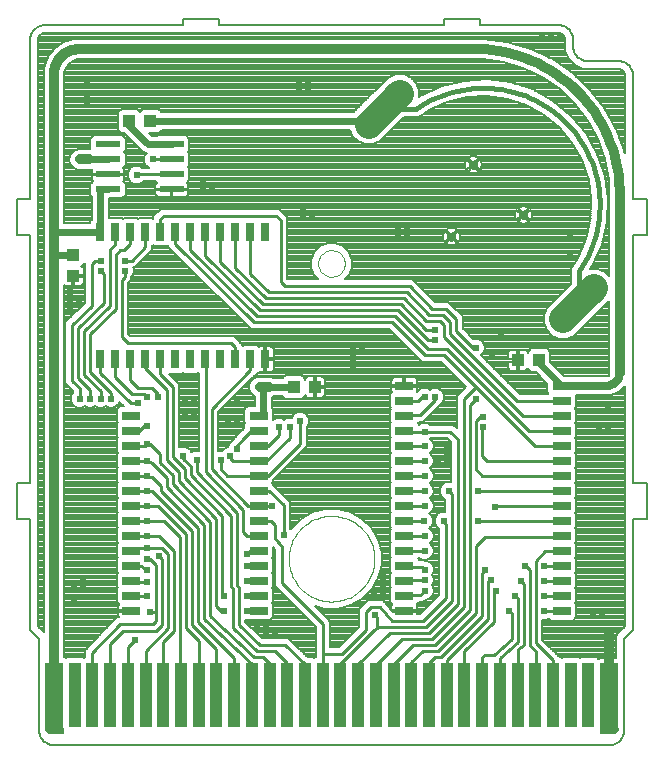
<source format=gtl>
G75*
G70*
%OFA0B0*%
%FSLAX24Y24*%
%IPPOS*%
%LPD*%
%AMOC8*
5,1,8,0,0,1.08239X$1,22.5*
%
%ADD10C,0.0050*%
%ADD11R,0.0591X0.2205*%
%ADD12R,0.0394X0.2126*%
%ADD13C,0.0000*%
%ADD14C,0.0240*%
%ADD15C,0.0000*%
%ADD16C,0.0001*%
%ADD17C,0.0945*%
%ADD18C,0.0295*%
%ADD19R,0.0591X0.0295*%
%ADD20R,0.0295X0.0591*%
%ADD21R,0.0810X0.0240*%
%ADD22R,0.0394X0.0433*%
%ADD23R,0.0433X0.0394*%
%ADD24C,0.0080*%
%ADD25C,0.0320*%
%ADD26C,0.0100*%
%ADD27C,0.0280*%
%ADD28C,0.0220*%
%ADD29C,0.0160*%
%ADD30C,0.0280*%
%ADD31C,0.0180*%
D10*
X000875Y001427D02*
X000875Y004477D01*
X000575Y004777D01*
X000575Y008477D01*
X000125Y008477D01*
X000125Y009677D01*
X000575Y009677D01*
X000575Y017927D01*
X000125Y017927D01*
X000125Y019127D01*
X000575Y019127D01*
X000575Y024427D01*
X000577Y024471D01*
X000583Y024514D01*
X000592Y024556D01*
X000605Y024598D01*
X000622Y024638D01*
X000642Y024677D01*
X000665Y024714D01*
X000692Y024748D01*
X000721Y024781D01*
X000754Y024810D01*
X000788Y024837D01*
X000825Y024860D01*
X000864Y024880D01*
X000904Y024897D01*
X000946Y024910D01*
X000988Y024919D01*
X001031Y024925D01*
X001075Y024927D01*
X005675Y024927D01*
X005675Y025127D01*
X006875Y025127D01*
X006875Y024927D01*
X014375Y024927D01*
X014375Y025127D01*
X015575Y025127D01*
X015575Y024927D01*
X018175Y024927D01*
X018219Y024925D01*
X018262Y024919D01*
X018304Y024910D01*
X018346Y024897D01*
X018386Y024880D01*
X018425Y024860D01*
X018462Y024837D01*
X018496Y024810D01*
X018529Y024781D01*
X018558Y024748D01*
X018585Y024714D01*
X018608Y024677D01*
X018628Y024638D01*
X018645Y024598D01*
X018658Y024556D01*
X018667Y024514D01*
X018673Y024471D01*
X018675Y024427D01*
X018675Y024227D01*
X018677Y024183D01*
X018683Y024140D01*
X018692Y024098D01*
X018705Y024056D01*
X018722Y024016D01*
X018742Y023977D01*
X018765Y023940D01*
X018792Y023906D01*
X018821Y023873D01*
X018854Y023844D01*
X018888Y023817D01*
X018925Y023794D01*
X018964Y023774D01*
X019004Y023757D01*
X019046Y023744D01*
X019088Y023735D01*
X019131Y023729D01*
X019175Y023727D01*
X020175Y023727D01*
X020219Y023725D01*
X020262Y023719D01*
X020304Y023710D01*
X020346Y023697D01*
X020386Y023680D01*
X020425Y023660D01*
X020462Y023637D01*
X020496Y023610D01*
X020529Y023581D01*
X020558Y023548D01*
X020585Y023514D01*
X020608Y023477D01*
X020628Y023438D01*
X020645Y023398D01*
X020658Y023356D01*
X020667Y023314D01*
X020673Y023271D01*
X020675Y023227D01*
X020675Y019127D01*
X021125Y019127D01*
X021125Y017927D01*
X020675Y017927D01*
X020675Y009677D01*
X021125Y009677D01*
X021125Y008477D01*
X020675Y008477D01*
X020675Y004777D01*
X020375Y004477D01*
X020375Y001427D01*
X020373Y001383D01*
X020367Y001340D01*
X020358Y001298D01*
X020345Y001256D01*
X020328Y001216D01*
X020308Y001177D01*
X020285Y001140D01*
X020258Y001106D01*
X020229Y001073D01*
X020196Y001044D01*
X020162Y001017D01*
X020125Y000994D01*
X020086Y000974D01*
X020046Y000957D01*
X020004Y000944D01*
X019962Y000935D01*
X019919Y000929D01*
X019875Y000927D01*
X001375Y000927D01*
X001331Y000929D01*
X001288Y000935D01*
X001246Y000944D01*
X001204Y000957D01*
X001164Y000974D01*
X001125Y000994D01*
X001088Y001017D01*
X001054Y001044D01*
X001021Y001073D01*
X000992Y001106D01*
X000965Y001140D01*
X000942Y001177D01*
X000922Y001216D01*
X000905Y001256D01*
X000892Y001298D01*
X000883Y001340D01*
X000877Y001383D01*
X000875Y001427D01*
D11*
X001373Y002571D03*
X019877Y002571D03*
D12*
X019188Y002610D03*
X018597Y002610D03*
X018007Y002610D03*
X017416Y002610D03*
X016826Y002610D03*
X016235Y002610D03*
X015645Y002610D03*
X015054Y002610D03*
X014464Y002610D03*
X013873Y002610D03*
X013282Y002610D03*
X012692Y002610D03*
X012101Y002610D03*
X011511Y002610D03*
X010920Y002610D03*
X010330Y002610D03*
X009739Y002610D03*
X009149Y002610D03*
X008558Y002610D03*
X007968Y002610D03*
X007377Y002610D03*
X006786Y002610D03*
X006196Y002610D03*
X005605Y002610D03*
X005015Y002610D03*
X004424Y002610D03*
X003834Y002610D03*
X003243Y002610D03*
X002653Y002610D03*
X002062Y002610D03*
D13*
X009198Y007138D02*
X009200Y007213D01*
X009206Y007288D01*
X009216Y007363D01*
X009230Y007437D01*
X009247Y007510D01*
X009269Y007583D01*
X009294Y007653D01*
X009323Y007723D01*
X009356Y007791D01*
X009392Y007857D01*
X009432Y007921D01*
X009475Y007983D01*
X009521Y008042D01*
X009570Y008099D01*
X009623Y008154D01*
X009678Y008205D01*
X009735Y008254D01*
X009795Y008299D01*
X009858Y008341D01*
X009922Y008380D01*
X009989Y008415D01*
X010057Y008447D01*
X010127Y008475D01*
X010198Y008500D01*
X010271Y008520D01*
X010344Y008537D01*
X010419Y008550D01*
X010493Y008559D01*
X010569Y008564D01*
X010644Y008565D01*
X010719Y008562D01*
X010794Y008555D01*
X010869Y008544D01*
X010943Y008529D01*
X011016Y008511D01*
X011087Y008488D01*
X011158Y008462D01*
X011227Y008432D01*
X011295Y008398D01*
X011360Y008361D01*
X011424Y008321D01*
X011485Y008277D01*
X011544Y008230D01*
X011600Y008180D01*
X011654Y008127D01*
X011705Y008071D01*
X011752Y008013D01*
X011797Y007952D01*
X011838Y007889D01*
X011876Y007824D01*
X011911Y007757D01*
X011942Y007688D01*
X011969Y007618D01*
X011992Y007547D01*
X012012Y007474D01*
X012028Y007400D01*
X012040Y007326D01*
X012048Y007251D01*
X012052Y007176D01*
X012052Y007100D01*
X012048Y007025D01*
X012040Y006950D01*
X012028Y006876D01*
X012012Y006802D01*
X011992Y006729D01*
X011969Y006658D01*
X011942Y006588D01*
X011911Y006519D01*
X011876Y006452D01*
X011838Y006387D01*
X011797Y006324D01*
X011752Y006263D01*
X011705Y006205D01*
X011654Y006149D01*
X011600Y006096D01*
X011544Y006046D01*
X011485Y005999D01*
X011424Y005955D01*
X011360Y005915D01*
X011295Y005878D01*
X011227Y005844D01*
X011158Y005814D01*
X011087Y005788D01*
X011016Y005765D01*
X010943Y005747D01*
X010869Y005732D01*
X010794Y005721D01*
X010719Y005714D01*
X010644Y005711D01*
X010569Y005712D01*
X010493Y005717D01*
X010419Y005726D01*
X010344Y005739D01*
X010271Y005756D01*
X010198Y005776D01*
X010127Y005801D01*
X010057Y005829D01*
X009989Y005861D01*
X009922Y005896D01*
X009858Y005935D01*
X009795Y005977D01*
X009735Y006022D01*
X009678Y006071D01*
X009623Y006122D01*
X009570Y006177D01*
X009521Y006234D01*
X009475Y006293D01*
X009432Y006355D01*
X009392Y006419D01*
X009356Y006485D01*
X009323Y006553D01*
X009294Y006623D01*
X009269Y006693D01*
X009247Y006766D01*
X009230Y006839D01*
X009216Y006913D01*
X009206Y006988D01*
X009200Y007063D01*
X009198Y007138D01*
X010182Y016979D02*
X010184Y017020D01*
X010190Y017062D01*
X010199Y017102D01*
X010213Y017141D01*
X010230Y017179D01*
X010250Y017215D01*
X010274Y017249D01*
X010301Y017281D01*
X010331Y017310D01*
X010363Y017336D01*
X010398Y017359D01*
X010434Y017379D01*
X010472Y017395D01*
X010512Y017407D01*
X010553Y017416D01*
X010594Y017421D01*
X010635Y017422D01*
X010677Y017419D01*
X010718Y017412D01*
X010758Y017402D01*
X010797Y017387D01*
X010834Y017369D01*
X010870Y017348D01*
X010904Y017323D01*
X010935Y017296D01*
X010963Y017266D01*
X010988Y017233D01*
X011010Y017197D01*
X011029Y017160D01*
X011044Y017122D01*
X011056Y017082D01*
X011064Y017041D01*
X011068Y017000D01*
X011068Y016958D01*
X011064Y016917D01*
X011056Y016876D01*
X011044Y016836D01*
X011029Y016798D01*
X011010Y016761D01*
X010988Y016725D01*
X010963Y016692D01*
X010935Y016662D01*
X010904Y016635D01*
X010870Y016610D01*
X010834Y016589D01*
X010797Y016571D01*
X010758Y016556D01*
X010718Y016546D01*
X010677Y016539D01*
X010635Y016536D01*
X010594Y016537D01*
X010553Y016542D01*
X010512Y016551D01*
X010472Y016563D01*
X010434Y016579D01*
X010398Y016599D01*
X010363Y016622D01*
X010331Y016648D01*
X010301Y016677D01*
X010274Y016709D01*
X010250Y016743D01*
X010230Y016779D01*
X010213Y016817D01*
X010199Y016856D01*
X010190Y016896D01*
X010184Y016938D01*
X010182Y016979D01*
D14*
X009975Y018277D03*
X009975Y018577D03*
X009675Y018577D03*
X009675Y018877D03*
X006625Y019427D03*
X006325Y019427D03*
X006325Y019127D03*
X006325Y019727D03*
X004675Y020447D03*
X004125Y019927D03*
X002475Y022027D03*
X002475Y022327D03*
X002475Y022627D03*
X002475Y022927D03*
X002925Y017077D03*
X002925Y016727D03*
X003725Y016727D03*
X003725Y017077D03*
X002215Y015727D03*
X001915Y015727D03*
X001915Y015427D03*
X001915Y016027D03*
X002225Y012477D03*
X002575Y012477D03*
X002925Y012477D03*
X003275Y012477D03*
X004175Y012327D03*
X004475Y012527D03*
X004825Y012527D03*
X005725Y012327D03*
X005725Y012027D03*
X006025Y012027D03*
X006025Y012327D03*
X007175Y011777D03*
X007475Y011777D03*
X007475Y012077D03*
X007475Y012377D03*
X007475Y010807D03*
X007245Y010577D03*
X006925Y010427D03*
X006125Y010427D03*
X005675Y010577D03*
X004475Y010407D03*
X004475Y009907D03*
X004475Y009407D03*
X004475Y008907D03*
X004475Y008407D03*
X004475Y007907D03*
X004475Y007507D03*
X004475Y007127D03*
X004475Y006757D03*
X004475Y006357D03*
X004475Y005907D03*
X004575Y005377D03*
X004075Y004427D03*
X003834Y003481D03*
X004424Y003481D03*
X005015Y003481D03*
X005605Y003481D03*
X006196Y003481D03*
X006786Y003481D03*
X007377Y003481D03*
X007968Y003481D03*
X008558Y003481D03*
X009149Y003481D03*
X009739Y003481D03*
X010330Y003481D03*
X010920Y003481D03*
X011511Y003481D03*
X012101Y003481D03*
X012692Y003481D03*
X013282Y003481D03*
X013873Y003481D03*
X014464Y003481D03*
X015054Y003481D03*
X015645Y003481D03*
X016235Y003481D03*
X016826Y003481D03*
X017416Y003481D03*
X018007Y003481D03*
X018597Y003481D03*
X019188Y003481D03*
X019779Y003481D03*
X019625Y005327D03*
X019325Y005327D03*
X019625Y005627D03*
X019925Y005627D03*
X017700Y005402D03*
X017700Y005902D03*
X017700Y006402D03*
X017700Y006902D03*
X017075Y006902D03*
X016925Y006402D03*
X016735Y005902D03*
X016525Y005402D03*
X016115Y006077D03*
X015925Y006427D03*
X015725Y006777D03*
X015500Y008402D03*
X016075Y008877D03*
X015500Y009402D03*
X014525Y009402D03*
X013725Y009407D03*
X013725Y008907D03*
X013705Y008407D03*
X013725Y007907D03*
X013725Y007407D03*
X013725Y006777D03*
X013725Y006427D03*
X013725Y006077D03*
X012325Y005927D03*
X012025Y005927D03*
X012325Y006227D03*
X012325Y006527D03*
X012075Y005247D03*
X014360Y008402D03*
X013725Y009907D03*
X013725Y010407D03*
X014175Y010327D03*
X014475Y010327D03*
X014475Y010627D03*
X014475Y010927D03*
X013725Y010907D03*
X013725Y011377D03*
X013725Y012527D03*
X014075Y012527D03*
X015425Y012477D03*
X015675Y011877D03*
X015675Y011527D03*
X015975Y013977D03*
X015975Y014277D03*
X016275Y014277D03*
X016275Y014577D03*
X015425Y014177D03*
X014075Y014427D03*
X014075Y014777D03*
X011625Y014127D03*
X011325Y014127D03*
X011325Y013827D03*
X011325Y013527D03*
X009575Y011727D03*
X009225Y011527D03*
X008875Y011527D03*
X008625Y008907D03*
X009025Y007927D03*
X007805Y007307D03*
X007805Y006907D03*
X007805Y006407D03*
X007805Y005907D03*
X007805Y005407D03*
X008125Y004927D03*
X008425Y004927D03*
X008425Y004627D03*
X008725Y004627D03*
X007045Y005407D03*
X007045Y005907D03*
X004875Y007217D03*
X002325Y006427D03*
X002325Y006127D03*
X002025Y006127D03*
X002025Y005827D03*
X002062Y003481D03*
X001471Y003481D03*
X002653Y003481D03*
X003243Y003481D03*
X004475Y010957D03*
X004475Y011577D03*
X012825Y017877D03*
X013125Y017877D03*
X013125Y018177D03*
X012825Y018177D03*
X009825Y022727D03*
X009525Y022727D03*
X009525Y023027D03*
X009825Y023027D03*
X017625Y024527D03*
X017925Y024527D03*
X017925Y024227D03*
X018225Y024527D03*
X018575Y017877D03*
X018575Y017577D03*
X018575Y017277D03*
X018275Y017577D03*
X019825Y012127D03*
X019825Y011827D03*
X019825Y011527D03*
X019525Y011527D03*
D15*
X019582Y001512D02*
X020172Y001512D01*
X020172Y001453D01*
X020034Y001315D01*
X019582Y001315D01*
X019582Y001512D01*
X001668Y001512D02*
X001078Y001512D01*
X001078Y001453D01*
X001216Y001315D01*
X001668Y001315D01*
X001668Y001512D01*
D16*
X001078Y001512D01*
X001078Y001511D02*
X001668Y001511D01*
X001668Y001510D02*
X001078Y001510D01*
X001668Y001510D01*
X001668Y001509D02*
X001078Y001509D01*
X001078Y001508D02*
X001668Y001508D01*
X001668Y001507D02*
X001078Y001507D01*
X001078Y001506D02*
X001668Y001506D01*
X001078Y001506D01*
X001078Y001505D02*
X001668Y001505D01*
X001668Y001504D02*
X001078Y001504D01*
X001078Y001503D02*
X001668Y001503D01*
X001668Y001502D02*
X001078Y001502D01*
X001668Y001502D01*
X001668Y001501D02*
X001078Y001501D01*
X001078Y001500D02*
X001668Y001500D01*
X001668Y001499D02*
X001078Y001499D01*
X001078Y001498D02*
X001668Y001498D01*
X001668Y001497D02*
X001078Y001497D01*
X001668Y001497D01*
X001668Y001496D02*
X001078Y001496D01*
X001078Y001495D02*
X001668Y001495D01*
X001668Y001494D02*
X001078Y001494D01*
X001078Y001493D02*
X001668Y001493D01*
X001078Y001493D01*
X001078Y001492D02*
X001668Y001492D01*
X001668Y001491D02*
X001078Y001491D01*
X001078Y001490D02*
X001668Y001490D01*
X001668Y001489D02*
X001078Y001489D01*
X001668Y001489D01*
X001668Y001488D02*
X001078Y001488D01*
X001078Y001487D02*
X001668Y001487D01*
X001668Y001486D02*
X001078Y001486D01*
X001078Y001485D02*
X001668Y001485D01*
X001078Y001485D01*
X001078Y001484D02*
X001668Y001484D01*
X001668Y001483D02*
X001078Y001483D01*
X001078Y001482D02*
X001668Y001482D01*
X001668Y001481D02*
X001078Y001481D01*
X001668Y001481D01*
X001668Y001480D02*
X001078Y001480D01*
X001078Y001479D02*
X001668Y001479D01*
X001668Y001478D02*
X001078Y001478D01*
X001078Y001477D02*
X001668Y001477D01*
X001078Y001477D01*
X001078Y001476D02*
X001668Y001476D01*
X001668Y001475D02*
X001078Y001475D01*
X001078Y001474D02*
X001668Y001474D01*
X001668Y001473D02*
X001078Y001473D01*
X001668Y001473D01*
X001668Y001472D02*
X001078Y001472D01*
X001078Y001471D02*
X001668Y001471D01*
X001668Y001470D02*
X001078Y001470D01*
X001078Y001469D02*
X001668Y001469D01*
X001078Y001469D01*
X001078Y001468D02*
X001668Y001468D01*
X001668Y001467D02*
X001078Y001467D01*
X001078Y001466D02*
X001668Y001466D01*
X001668Y001465D02*
X001078Y001465D01*
X001668Y001465D01*
X001668Y001464D02*
X001078Y001464D01*
X001078Y001463D02*
X001668Y001463D01*
X001668Y001462D02*
X001078Y001462D01*
X001078Y001461D02*
X001668Y001461D01*
X001078Y001461D01*
X001078Y001460D02*
X001668Y001460D01*
X001668Y001459D02*
X001078Y001459D01*
X001078Y001458D02*
X001668Y001458D01*
X001668Y001457D02*
X001078Y001457D01*
X001668Y001457D01*
X001668Y001456D02*
X001078Y001456D01*
X001078Y001455D02*
X001668Y001455D01*
X001668Y001454D02*
X001078Y001454D01*
X001078Y001453D02*
X001668Y001453D01*
X001078Y001453D01*
X001079Y001452D02*
X001668Y001452D01*
X001668Y001451D02*
X001080Y001451D01*
X001081Y001450D02*
X001668Y001450D01*
X001668Y001449D02*
X001081Y001449D01*
X001082Y001448D02*
X001668Y001448D01*
X001083Y001448D01*
X001084Y001447D02*
X001668Y001447D01*
X001668Y001446D02*
X001085Y001446D01*
X001085Y001445D02*
X001668Y001445D01*
X001668Y001444D02*
X001086Y001444D01*
X001087Y001444D02*
X001668Y001444D01*
X001668Y001443D02*
X001088Y001443D01*
X001089Y001442D02*
X001668Y001442D01*
X001668Y001441D02*
X001089Y001441D01*
X001090Y001440D02*
X001668Y001440D01*
X001091Y001440D01*
X001092Y001439D02*
X001668Y001439D01*
X001668Y001438D02*
X001093Y001438D01*
X001094Y001437D02*
X001668Y001437D01*
X001668Y001436D02*
X001094Y001436D01*
X001095Y001436D02*
X001668Y001436D01*
X001668Y001435D02*
X001096Y001435D01*
X001097Y001434D02*
X001668Y001434D01*
X001668Y001433D02*
X001098Y001433D01*
X001098Y001432D02*
X001668Y001432D01*
X001099Y001432D01*
X001100Y001431D02*
X001668Y001431D01*
X001668Y001430D02*
X001101Y001430D01*
X001102Y001429D02*
X001668Y001429D01*
X001668Y001428D02*
X001102Y001428D01*
X001103Y001428D02*
X001668Y001428D01*
X001668Y001427D02*
X001104Y001427D01*
X001105Y001426D02*
X001668Y001426D01*
X001668Y001425D02*
X001106Y001425D01*
X001106Y001424D02*
X001668Y001424D01*
X001107Y001424D01*
X001108Y001423D02*
X001668Y001423D01*
X001668Y001422D02*
X001109Y001422D01*
X001110Y001421D02*
X001668Y001421D01*
X001668Y001420D02*
X001110Y001420D01*
X001111Y001420D02*
X001668Y001420D01*
X001668Y001419D02*
X001112Y001419D01*
X001113Y001418D02*
X001668Y001418D01*
X001668Y001417D02*
X001114Y001417D01*
X001114Y001416D02*
X001668Y001416D01*
X001115Y001416D01*
X001116Y001415D02*
X001668Y001415D01*
X001668Y001414D02*
X001117Y001414D01*
X001118Y001413D02*
X001668Y001413D01*
X001668Y001412D02*
X001118Y001412D01*
X001119Y001412D02*
X001668Y001412D01*
X001668Y001411D02*
X001120Y001411D01*
X001121Y001410D02*
X001668Y001410D01*
X001668Y001409D02*
X001122Y001409D01*
X001122Y001408D02*
X001668Y001408D01*
X001123Y001408D01*
X001124Y001407D02*
X001668Y001407D01*
X001668Y001406D02*
X001125Y001406D01*
X001126Y001405D02*
X001668Y001405D01*
X001668Y001404D02*
X001126Y001404D01*
X001127Y001403D02*
X001668Y001403D01*
X001128Y001403D01*
X001129Y001402D02*
X001668Y001402D01*
X001668Y001401D02*
X001130Y001401D01*
X001130Y001400D02*
X001668Y001400D01*
X001668Y001399D02*
X001131Y001399D01*
X001132Y001399D02*
X001668Y001399D01*
X001668Y001398D02*
X001133Y001398D01*
X001134Y001397D02*
X001668Y001397D01*
X001668Y001396D02*
X001134Y001396D01*
X001135Y001395D02*
X001668Y001395D01*
X001136Y001395D01*
X001137Y001394D02*
X001668Y001394D01*
X001668Y001393D02*
X001138Y001393D01*
X001139Y001392D02*
X001668Y001392D01*
X001668Y001391D02*
X001139Y001391D01*
X001140Y001391D02*
X001668Y001391D01*
X001668Y001390D02*
X001141Y001390D01*
X001142Y001389D02*
X001668Y001389D01*
X001668Y001388D02*
X001143Y001388D01*
X001143Y001387D02*
X001668Y001387D01*
X001144Y001387D01*
X001145Y001386D02*
X001668Y001386D01*
X001668Y001385D02*
X001146Y001385D01*
X001147Y001384D02*
X001668Y001384D01*
X001668Y001383D02*
X001147Y001383D01*
X001148Y001383D02*
X001668Y001383D01*
X001668Y001382D02*
X001149Y001382D01*
X001150Y001381D02*
X001668Y001381D01*
X001668Y001380D02*
X001151Y001380D01*
X001151Y001379D02*
X001668Y001379D01*
X001152Y001379D01*
X001153Y001378D02*
X001668Y001378D01*
X001668Y001377D02*
X001154Y001377D01*
X001155Y001376D02*
X001668Y001376D01*
X001668Y001375D02*
X001155Y001375D01*
X001156Y001375D02*
X001668Y001375D01*
X001668Y001374D02*
X001157Y001374D01*
X001158Y001373D02*
X001668Y001373D01*
X001668Y001372D02*
X001159Y001372D01*
X001159Y001371D02*
X001668Y001371D01*
X001160Y001371D01*
X001161Y001370D02*
X001668Y001370D01*
X001668Y001369D02*
X001162Y001369D01*
X001163Y001368D02*
X001668Y001368D01*
X001668Y001367D02*
X001163Y001367D01*
X001164Y001367D02*
X001668Y001367D01*
X001668Y001366D02*
X001165Y001366D01*
X001166Y001365D02*
X001668Y001365D01*
X001668Y001364D02*
X001167Y001364D01*
X001167Y001363D02*
X001668Y001363D01*
X001168Y001363D01*
X001169Y001362D02*
X001668Y001362D01*
X001668Y001361D02*
X001170Y001361D01*
X001171Y001360D02*
X001668Y001360D01*
X001668Y001359D02*
X001171Y001359D01*
X001172Y001359D02*
X001668Y001359D01*
X001668Y001358D02*
X001173Y001358D01*
X001174Y001357D02*
X001668Y001357D01*
X001668Y001356D02*
X001175Y001356D01*
X001175Y001355D02*
X001668Y001355D01*
X001668Y001354D02*
X001176Y001354D01*
X001177Y001354D02*
X001668Y001354D01*
X001668Y001353D02*
X001178Y001353D01*
X001179Y001352D02*
X001668Y001352D01*
X001668Y001351D02*
X001179Y001351D01*
X001180Y001350D02*
X001668Y001350D01*
X001181Y001350D01*
X001182Y001349D02*
X001668Y001349D01*
X001668Y001348D02*
X001183Y001348D01*
X001183Y001347D02*
X001668Y001347D01*
X001668Y001346D02*
X001184Y001346D01*
X001185Y001346D02*
X001668Y001346D01*
X001668Y001345D02*
X001186Y001345D01*
X001187Y001344D02*
X001668Y001344D01*
X001668Y001343D02*
X001188Y001343D01*
X001188Y001342D02*
X001668Y001342D01*
X001189Y001342D01*
X001190Y001341D02*
X001668Y001341D01*
X001668Y001340D02*
X001191Y001340D01*
X001192Y001339D02*
X001668Y001339D01*
X001668Y001338D02*
X001192Y001338D01*
X001193Y001338D02*
X001668Y001338D01*
X001668Y001337D02*
X001194Y001337D01*
X001195Y001336D02*
X001668Y001336D01*
X001668Y001335D02*
X001196Y001335D01*
X001196Y001334D02*
X001668Y001334D01*
X001197Y001334D01*
X001198Y001333D02*
X001668Y001333D01*
X001668Y001332D02*
X001199Y001332D01*
X001200Y001331D02*
X001668Y001331D01*
X001668Y001330D02*
X001200Y001330D01*
X001201Y001330D02*
X001668Y001330D01*
X001668Y001329D02*
X001202Y001329D01*
X001203Y001328D02*
X001668Y001328D01*
X001668Y001327D02*
X001204Y001327D01*
X001204Y001326D02*
X001668Y001326D01*
X001205Y001326D01*
X001206Y001325D02*
X001668Y001325D01*
X001668Y001324D02*
X001207Y001324D01*
X001208Y001323D02*
X001668Y001323D01*
X001668Y001322D02*
X001208Y001322D01*
X001209Y001322D02*
X001668Y001322D01*
X001668Y001321D02*
X001210Y001321D01*
X001211Y001320D02*
X001668Y001320D01*
X001668Y001319D02*
X001212Y001319D01*
X001212Y001318D02*
X001668Y001318D01*
X001213Y001318D01*
X001214Y001317D02*
X001668Y001317D01*
X001668Y001316D02*
X001215Y001316D01*
X019582Y001322D02*
X020042Y001322D01*
X020042Y001323D02*
X019582Y001323D01*
X019582Y001324D02*
X020043Y001324D01*
X020044Y001325D02*
X019582Y001325D01*
X019582Y001326D02*
X020045Y001326D01*
X020046Y001326D02*
X019582Y001326D01*
X019582Y001327D02*
X020046Y001327D01*
X020047Y001328D02*
X019582Y001328D01*
X019582Y001329D02*
X020048Y001329D01*
X020049Y001330D02*
X019582Y001330D01*
X020050Y001330D01*
X020050Y001331D02*
X019582Y001331D01*
X019582Y001332D02*
X020051Y001332D01*
X020052Y001333D02*
X019582Y001333D01*
X019582Y001334D02*
X020053Y001334D01*
X020054Y001334D02*
X019582Y001334D01*
X019582Y001335D02*
X020054Y001335D01*
X020055Y001336D02*
X019582Y001336D01*
X019582Y001337D02*
X020056Y001337D01*
X020057Y001338D02*
X019582Y001338D01*
X020058Y001338D01*
X020058Y001339D02*
X019582Y001339D01*
X019582Y001340D02*
X020059Y001340D01*
X020060Y001341D02*
X019582Y001341D01*
X019582Y001342D02*
X020061Y001342D01*
X020062Y001342D02*
X019582Y001342D01*
X019582Y001343D02*
X020062Y001343D01*
X020063Y001344D02*
X019582Y001344D01*
X019582Y001345D02*
X020064Y001345D01*
X020065Y001346D02*
X019582Y001346D01*
X020066Y001346D01*
X020067Y001347D02*
X019582Y001347D01*
X019582Y001348D02*
X020067Y001348D01*
X020068Y001349D02*
X019582Y001349D01*
X019582Y001350D02*
X020069Y001350D01*
X020070Y001350D02*
X019582Y001350D01*
X019582Y001351D02*
X020071Y001351D01*
X020071Y001352D02*
X019582Y001352D01*
X019582Y001353D02*
X020072Y001353D01*
X020073Y001354D02*
X019582Y001354D01*
X020074Y001354D01*
X020075Y001355D02*
X019582Y001355D01*
X019582Y001356D02*
X020075Y001356D01*
X020076Y001357D02*
X019582Y001357D01*
X019582Y001358D02*
X020077Y001358D01*
X020078Y001359D02*
X019582Y001359D01*
X020079Y001359D01*
X020079Y001360D02*
X019582Y001360D01*
X019582Y001361D02*
X020080Y001361D01*
X020081Y001362D02*
X019582Y001362D01*
X019582Y001363D02*
X020082Y001363D01*
X020083Y001363D02*
X019582Y001363D01*
X019582Y001364D02*
X020083Y001364D01*
X020084Y001365D02*
X019582Y001365D01*
X019582Y001366D02*
X020085Y001366D01*
X020086Y001367D02*
X019582Y001367D01*
X020087Y001367D01*
X020087Y001368D02*
X019582Y001368D01*
X019582Y001369D02*
X020088Y001369D01*
X020089Y001370D02*
X019582Y001370D01*
X019582Y001371D02*
X020090Y001371D01*
X020091Y001371D02*
X019582Y001371D01*
X019582Y001372D02*
X020091Y001372D01*
X020092Y001373D02*
X019582Y001373D01*
X019582Y001374D02*
X020093Y001374D01*
X020094Y001375D02*
X019582Y001375D01*
X020095Y001375D01*
X020095Y001376D02*
X019582Y001376D01*
X019582Y001377D02*
X020096Y001377D01*
X020097Y001378D02*
X019582Y001378D01*
X019582Y001379D02*
X020098Y001379D01*
X020099Y001379D02*
X019582Y001379D01*
X019582Y001380D02*
X020099Y001380D01*
X020100Y001381D02*
X019582Y001381D01*
X019582Y001382D02*
X020101Y001382D01*
X020102Y001383D02*
X019582Y001383D01*
X020103Y001383D01*
X020103Y001384D02*
X019582Y001384D01*
X019582Y001385D02*
X020104Y001385D01*
X020105Y001386D02*
X019582Y001386D01*
X019582Y001387D02*
X020106Y001387D01*
X020107Y001387D02*
X019582Y001387D01*
X019582Y001388D02*
X020107Y001388D01*
X020108Y001389D02*
X019582Y001389D01*
X019582Y001390D02*
X020109Y001390D01*
X020110Y001391D02*
X019582Y001391D01*
X020111Y001391D01*
X020111Y001392D02*
X019582Y001392D01*
X019582Y001393D02*
X020112Y001393D01*
X020113Y001394D02*
X019582Y001394D01*
X019582Y001395D02*
X020114Y001395D01*
X020115Y001395D02*
X019582Y001395D01*
X019582Y001396D02*
X020116Y001396D01*
X020116Y001397D02*
X019582Y001397D01*
X019582Y001398D02*
X020117Y001398D01*
X020118Y001399D02*
X019582Y001399D01*
X020119Y001399D01*
X020120Y001400D02*
X019582Y001400D01*
X019582Y001401D02*
X020120Y001401D01*
X020121Y001402D02*
X019582Y001402D01*
X019582Y001403D02*
X020122Y001403D01*
X020123Y001403D02*
X019582Y001403D01*
X019582Y001404D02*
X020124Y001404D01*
X020124Y001405D02*
X019582Y001405D01*
X019582Y001406D02*
X020125Y001406D01*
X020126Y001407D02*
X019582Y001407D01*
X019582Y001408D02*
X020127Y001408D01*
X020128Y001408D02*
X019582Y001408D01*
X019582Y001409D02*
X020128Y001409D01*
X020129Y001410D02*
X019582Y001410D01*
X019582Y001411D02*
X020130Y001411D01*
X020131Y001412D02*
X019582Y001412D01*
X020132Y001412D01*
X020132Y001413D02*
X019582Y001413D01*
X019582Y001414D02*
X020133Y001414D01*
X020134Y001415D02*
X019582Y001415D01*
X019582Y001416D02*
X020135Y001416D01*
X020136Y001416D02*
X019582Y001416D01*
X019582Y001417D02*
X020136Y001417D01*
X020137Y001418D02*
X019582Y001418D01*
X019582Y001419D02*
X020138Y001419D01*
X020139Y001420D02*
X019582Y001420D01*
X020140Y001420D01*
X020140Y001421D02*
X019582Y001421D01*
X019582Y001422D02*
X020141Y001422D01*
X020142Y001423D02*
X019582Y001423D01*
X019582Y001424D02*
X020143Y001424D01*
X020144Y001424D02*
X019582Y001424D01*
X019582Y001425D02*
X020144Y001425D01*
X020145Y001426D02*
X019582Y001426D01*
X019582Y001427D02*
X020146Y001427D01*
X020147Y001428D02*
X019582Y001428D01*
X020148Y001428D01*
X020148Y001429D02*
X019582Y001429D01*
X019582Y001430D02*
X020149Y001430D01*
X020150Y001431D02*
X019582Y001431D01*
X019582Y001432D02*
X020151Y001432D01*
X020152Y001432D02*
X019582Y001432D01*
X019582Y001433D02*
X020152Y001433D01*
X020153Y001434D02*
X019582Y001434D01*
X019582Y001435D02*
X020154Y001435D01*
X020155Y001436D02*
X019582Y001436D01*
X020156Y001436D01*
X020156Y001437D02*
X019582Y001437D01*
X019582Y001438D02*
X020157Y001438D01*
X020158Y001439D02*
X019582Y001439D01*
X019582Y001440D02*
X020159Y001440D01*
X020160Y001440D02*
X019582Y001440D01*
X019582Y001441D02*
X020161Y001441D01*
X020161Y001442D02*
X019582Y001442D01*
X019582Y001443D02*
X020162Y001443D01*
X020163Y001444D02*
X019582Y001444D01*
X020164Y001444D01*
X020165Y001445D02*
X019582Y001445D01*
X019582Y001446D02*
X020165Y001446D01*
X020166Y001447D02*
X019582Y001447D01*
X019582Y001448D02*
X020167Y001448D01*
X020168Y001448D02*
X019582Y001448D01*
X019582Y001449D02*
X020169Y001449D01*
X020169Y001450D02*
X019582Y001450D01*
X019582Y001451D02*
X020170Y001451D01*
X020171Y001452D02*
X019582Y001452D01*
X019582Y001453D02*
X020172Y001453D01*
X019582Y001453D01*
X019582Y001454D02*
X020172Y001454D01*
X020172Y001455D02*
X019582Y001455D01*
X019582Y001456D02*
X020172Y001456D01*
X020172Y001457D02*
X019582Y001457D01*
X020172Y001457D01*
X020172Y001458D02*
X019582Y001458D01*
X019582Y001459D02*
X020172Y001459D01*
X020172Y001460D02*
X019582Y001460D01*
X019582Y001461D02*
X020172Y001461D01*
X019582Y001461D01*
X019582Y001462D02*
X020172Y001462D01*
X020172Y001463D02*
X019582Y001463D01*
X019582Y001464D02*
X020172Y001464D01*
X020172Y001465D02*
X019582Y001465D01*
X020172Y001465D01*
X020172Y001466D02*
X019582Y001466D01*
X019582Y001467D02*
X020172Y001467D01*
X020172Y001468D02*
X019582Y001468D01*
X019582Y001469D02*
X020172Y001469D01*
X019582Y001469D01*
X019582Y001470D02*
X020172Y001470D01*
X020172Y001471D02*
X019582Y001471D01*
X019582Y001472D02*
X020172Y001472D01*
X020172Y001473D02*
X019582Y001473D01*
X020172Y001473D01*
X020172Y001474D02*
X019582Y001474D01*
X019582Y001475D02*
X020172Y001475D01*
X020172Y001476D02*
X019582Y001476D01*
X019582Y001477D02*
X020172Y001477D01*
X019582Y001477D01*
X019582Y001478D02*
X020172Y001478D01*
X020172Y001479D02*
X019582Y001479D01*
X019582Y001480D02*
X020172Y001480D01*
X020172Y001481D02*
X019582Y001481D01*
X020172Y001481D01*
X020172Y001482D02*
X019582Y001482D01*
X019582Y001483D02*
X020172Y001483D01*
X020172Y001484D02*
X019582Y001484D01*
X019582Y001485D02*
X020172Y001485D01*
X019582Y001485D01*
X019582Y001486D02*
X020172Y001486D01*
X020172Y001487D02*
X019582Y001487D01*
X019582Y001488D02*
X020172Y001488D01*
X020172Y001489D02*
X019582Y001489D01*
X020172Y001489D01*
X020172Y001490D02*
X019582Y001490D01*
X019582Y001491D02*
X020172Y001491D01*
X020172Y001492D02*
X019582Y001492D01*
X019582Y001493D02*
X020172Y001493D01*
X019582Y001493D01*
X019582Y001494D02*
X020172Y001494D01*
X020172Y001495D02*
X019582Y001495D01*
X019582Y001496D02*
X020172Y001496D01*
X020172Y001497D02*
X019582Y001497D01*
X020172Y001497D01*
X020172Y001498D02*
X019582Y001498D01*
X019582Y001499D02*
X020172Y001499D01*
X020172Y001500D02*
X019582Y001500D01*
X019582Y001501D02*
X020172Y001501D01*
X020172Y001502D02*
X019582Y001502D01*
X020172Y001502D01*
X020172Y001503D02*
X019582Y001503D01*
X019582Y001504D02*
X020172Y001504D01*
X020172Y001505D02*
X019582Y001505D01*
X019582Y001506D02*
X020172Y001506D01*
X019582Y001506D01*
X019582Y001507D02*
X020172Y001507D01*
X020172Y001508D02*
X019582Y001508D01*
X019582Y001509D02*
X020172Y001509D01*
X020172Y001510D02*
X019582Y001510D01*
X020172Y001510D01*
X020172Y001511D02*
X019582Y001511D01*
X019582Y001512D02*
X020172Y001512D01*
X020041Y001322D02*
X019582Y001322D01*
X019582Y001321D02*
X020040Y001321D01*
X020039Y001320D02*
X019582Y001320D01*
X019582Y001319D02*
X020038Y001319D01*
X020038Y001318D02*
X019582Y001318D01*
X020037Y001318D01*
X020036Y001317D02*
X019582Y001317D01*
X019582Y001316D02*
X020035Y001316D01*
D17*
X018353Y015119D02*
X018353Y015119D01*
X019383Y016149D01*
X019383Y016149D01*
X018353Y015119D01*
X019297Y016063D02*
X019297Y016063D01*
X011867Y021606D02*
X011867Y021606D01*
X012897Y022636D01*
X012897Y022636D01*
X011867Y021606D01*
X012811Y022550D02*
X012811Y022550D01*
D18*
X015347Y020269D02*
X015349Y020269D01*
X015348Y020268D01*
X015347Y020267D01*
X015346Y020268D01*
X015345Y020269D01*
X015346Y020270D01*
X015347Y020271D01*
X015348Y020270D01*
X015349Y020269D01*
X017017Y018599D02*
X017019Y018599D01*
X017018Y018598D01*
X017017Y018597D01*
X017016Y018598D01*
X017015Y018599D01*
X017016Y018600D01*
X017017Y018601D01*
X017018Y018600D01*
X017019Y018599D01*
X014621Y017873D02*
X014623Y017873D01*
X014622Y017872D01*
X014621Y017871D01*
X014620Y017872D01*
X014619Y017873D01*
X014620Y017874D01*
X014621Y017875D01*
X014622Y017874D01*
X014623Y017873D01*
D19*
X013052Y012902D03*
X013052Y012402D03*
X013052Y011902D03*
X013052Y011402D03*
X013052Y010902D03*
X013052Y010402D03*
X013052Y009902D03*
X013052Y009402D03*
X013052Y008902D03*
X013052Y008402D03*
X013052Y007902D03*
X013052Y007402D03*
X013052Y006902D03*
X013052Y006402D03*
X013052Y005902D03*
X013052Y005402D03*
X008198Y005407D03*
X008198Y005907D03*
X008198Y006407D03*
X008198Y006907D03*
X008198Y007407D03*
X008198Y007907D03*
X008198Y008407D03*
X008198Y008907D03*
X008198Y009407D03*
X008198Y009907D03*
X008198Y010407D03*
X008198Y010907D03*
X008198Y011407D03*
X008198Y011907D03*
X003952Y011907D03*
X003952Y011407D03*
X003952Y010907D03*
X003952Y010407D03*
X003952Y009907D03*
X003952Y009407D03*
X003952Y008907D03*
X003952Y008407D03*
X003952Y007907D03*
X003952Y007407D03*
X003952Y006907D03*
X003952Y006407D03*
X003952Y005907D03*
X003952Y005407D03*
X018298Y005402D03*
X018298Y005902D03*
X018298Y006402D03*
X018298Y006902D03*
X018298Y007402D03*
X018298Y007902D03*
X018298Y008402D03*
X018298Y008902D03*
X018298Y009402D03*
X018298Y009902D03*
X018298Y010402D03*
X018298Y010902D03*
X018298Y011402D03*
X018298Y011902D03*
X018298Y012402D03*
X018298Y012902D03*
D20*
X008415Y013784D03*
X007915Y013784D03*
X007415Y013784D03*
X006915Y013784D03*
X006415Y013784D03*
X005915Y013784D03*
X005415Y013784D03*
X004915Y013784D03*
X004415Y013784D03*
X003915Y013784D03*
X003415Y013784D03*
X002915Y013784D03*
X002915Y018031D03*
X003415Y018031D03*
X003915Y018031D03*
X004415Y018031D03*
X004915Y018031D03*
X005415Y018031D03*
X005915Y018031D03*
X006415Y018031D03*
X006915Y018031D03*
X007415Y018031D03*
X007915Y018031D03*
X008415Y018031D03*
D21*
X005295Y019447D03*
X005295Y019947D03*
X005295Y020447D03*
X005295Y020947D03*
X003175Y020947D03*
X003175Y020447D03*
X003175Y019947D03*
X003175Y019447D03*
D22*
X003880Y021727D03*
X004590Y021727D03*
X009360Y012857D03*
X010070Y012857D03*
X016835Y013752D03*
X017545Y013752D03*
D23*
X002015Y016568D03*
X002015Y017277D03*
D24*
X002266Y016900D02*
X002306Y016900D01*
X002395Y016989D01*
X002395Y015673D01*
X001745Y015023D01*
X001745Y012982D01*
X001880Y012847D01*
X001995Y012732D01*
X001995Y012672D01*
X001971Y012647D01*
X001925Y012537D01*
X001925Y012418D01*
X001971Y012307D01*
X002055Y012223D01*
X002165Y012177D01*
X002285Y012177D01*
X002395Y012223D01*
X002400Y012228D01*
X002405Y012223D01*
X002515Y012177D01*
X002635Y012177D01*
X002745Y012223D01*
X002750Y012228D01*
X002755Y012223D01*
X002865Y012177D01*
X002985Y012177D01*
X003095Y012223D01*
X003100Y012228D01*
X003105Y012223D01*
X003215Y012177D01*
X003335Y012177D01*
X003445Y012223D01*
X003529Y012307D01*
X003556Y012371D01*
X003692Y012235D01*
X003582Y012235D01*
X003476Y012130D01*
X003476Y011685D01*
X003504Y011657D01*
X003476Y011630D01*
X003476Y011185D01*
X003504Y011157D01*
X003476Y011130D01*
X003476Y010685D01*
X003504Y010657D01*
X003476Y010630D01*
X003476Y010185D01*
X003504Y010157D01*
X003476Y010130D01*
X003476Y009685D01*
X003504Y009657D01*
X003476Y009630D01*
X003476Y009185D01*
X003504Y009157D01*
X003476Y009130D01*
X003476Y008685D01*
X003504Y008657D01*
X003476Y008630D01*
X003476Y008185D01*
X003504Y008157D01*
X003476Y008130D01*
X003476Y007685D01*
X003504Y007657D01*
X003476Y007630D01*
X003476Y007185D01*
X003504Y007157D01*
X003476Y007130D01*
X003476Y006685D01*
X003504Y006657D01*
X003476Y006630D01*
X003476Y006185D01*
X003504Y006157D01*
X003476Y006130D01*
X003476Y005685D01*
X003536Y005626D01*
X003526Y005609D01*
X003516Y005573D01*
X003516Y005441D01*
X003918Y005441D01*
X003918Y005374D01*
X003516Y005374D01*
X003516Y005241D01*
X003525Y005207D01*
X003480Y005207D01*
X003477Y005205D01*
X003474Y005205D01*
X003410Y005138D01*
X003345Y005073D01*
X003345Y005069D01*
X002488Y004165D01*
X002423Y004100D01*
X002423Y004097D01*
X002420Y004094D01*
X002423Y004002D01*
X002423Y003853D01*
X002381Y003853D01*
X002357Y003830D01*
X002333Y003853D01*
X001791Y003853D01*
X001767Y003830D01*
X001743Y003853D01*
X001713Y003853D01*
X001713Y016259D01*
X001744Y016240D01*
X001780Y016231D01*
X001975Y016231D01*
X001975Y016528D01*
X002055Y016528D01*
X002055Y016608D01*
X002372Y016608D01*
X002372Y016783D01*
X002362Y016819D01*
X002344Y016851D01*
X002317Y016877D01*
X002286Y016895D01*
X002266Y016900D01*
X002337Y016931D02*
X002395Y016931D01*
X002395Y016852D02*
X002342Y016852D01*
X002372Y016774D02*
X002395Y016774D01*
X002395Y016695D02*
X002372Y016695D01*
X002372Y016617D02*
X002395Y016617D01*
X002395Y016538D02*
X002055Y016538D01*
X002055Y016528D02*
X002372Y016528D01*
X002372Y016352D01*
X002362Y016317D01*
X002344Y016285D01*
X002317Y016259D01*
X002286Y016240D01*
X002250Y016231D01*
X002055Y016231D01*
X002055Y016528D01*
X002055Y016460D02*
X001975Y016460D01*
X001975Y016381D02*
X002055Y016381D01*
X002055Y016303D02*
X001975Y016303D01*
X001713Y016224D02*
X002395Y016224D01*
X002395Y016146D02*
X001713Y016146D01*
X001713Y016067D02*
X002395Y016067D01*
X002395Y015989D02*
X001713Y015989D01*
X001713Y015910D02*
X002395Y015910D01*
X002395Y015832D02*
X001713Y015832D01*
X001713Y015753D02*
X002395Y015753D01*
X002395Y015675D02*
X001713Y015675D01*
X001713Y015596D02*
X002319Y015596D01*
X002240Y015518D02*
X001713Y015518D01*
X001713Y015439D02*
X002162Y015439D01*
X002083Y015361D02*
X001713Y015361D01*
X001713Y015282D02*
X002005Y015282D01*
X001926Y015204D02*
X001713Y015204D01*
X001713Y015125D02*
X001848Y015125D01*
X001769Y015047D02*
X001713Y015047D01*
X001713Y014968D02*
X001745Y014968D01*
X001745Y014890D02*
X001713Y014890D01*
X001713Y014811D02*
X001745Y014811D01*
X001745Y014733D02*
X001713Y014733D01*
X001713Y014654D02*
X001745Y014654D01*
X001745Y014576D02*
X001713Y014576D01*
X001713Y014497D02*
X001745Y014497D01*
X001745Y014419D02*
X001713Y014419D01*
X001713Y014340D02*
X001745Y014340D01*
X001745Y014262D02*
X001713Y014262D01*
X001713Y014183D02*
X001745Y014183D01*
X001745Y014105D02*
X001713Y014105D01*
X001713Y014026D02*
X001745Y014026D01*
X001745Y013948D02*
X001713Y013948D01*
X001713Y013869D02*
X001745Y013869D01*
X001745Y013791D02*
X001713Y013791D01*
X001713Y013712D02*
X001745Y013712D01*
X001745Y013634D02*
X001713Y013634D01*
X001713Y013555D02*
X001745Y013555D01*
X001745Y013477D02*
X001713Y013477D01*
X001713Y013398D02*
X001745Y013398D01*
X001745Y013320D02*
X001713Y013320D01*
X001713Y013241D02*
X001745Y013241D01*
X001745Y013163D02*
X001713Y013163D01*
X001713Y013084D02*
X001745Y013084D01*
X001745Y013006D02*
X001713Y013006D01*
X001713Y012927D02*
X001800Y012927D01*
X001878Y012849D02*
X001713Y012849D01*
X001713Y012770D02*
X001957Y012770D01*
X001995Y012692D02*
X001713Y012692D01*
X001713Y012613D02*
X001957Y012613D01*
X001925Y012535D02*
X001713Y012535D01*
X001713Y012456D02*
X001925Y012456D01*
X001941Y012378D02*
X001713Y012378D01*
X001713Y012299D02*
X001979Y012299D01*
X002060Y012221D02*
X001713Y012221D01*
X001713Y012142D02*
X003489Y012142D01*
X003476Y012064D02*
X001713Y012064D01*
X001713Y011985D02*
X003476Y011985D01*
X003476Y011907D02*
X001713Y011907D01*
X001713Y011828D02*
X003476Y011828D01*
X003476Y011750D02*
X001713Y011750D01*
X001713Y011671D02*
X003490Y011671D01*
X003476Y011593D02*
X001713Y011593D01*
X001713Y011514D02*
X003476Y011514D01*
X003476Y011436D02*
X001713Y011436D01*
X001713Y011357D02*
X003476Y011357D01*
X003476Y011279D02*
X001713Y011279D01*
X001713Y011200D02*
X003476Y011200D01*
X003476Y011122D02*
X001713Y011122D01*
X001713Y011043D02*
X003476Y011043D01*
X003476Y010965D02*
X001713Y010965D01*
X001713Y010886D02*
X003476Y010886D01*
X003476Y010808D02*
X001713Y010808D01*
X001713Y010729D02*
X003476Y010729D01*
X003498Y010651D02*
X001713Y010651D01*
X001713Y010572D02*
X003476Y010572D01*
X003476Y010494D02*
X001713Y010494D01*
X001713Y010415D02*
X003476Y010415D01*
X003476Y010337D02*
X001713Y010337D01*
X001713Y010258D02*
X003476Y010258D01*
X003482Y010180D02*
X001713Y010180D01*
X001713Y010101D02*
X003476Y010101D01*
X003476Y010023D02*
X001713Y010023D01*
X001713Y009944D02*
X003476Y009944D01*
X003476Y009866D02*
X001713Y009866D01*
X001713Y009787D02*
X003476Y009787D01*
X003476Y009709D02*
X001713Y009709D01*
X001713Y009630D02*
X003477Y009630D01*
X003476Y009552D02*
X001713Y009552D01*
X001713Y009473D02*
X003476Y009473D01*
X003476Y009395D02*
X001713Y009395D01*
X001713Y009316D02*
X003476Y009316D01*
X003476Y009238D02*
X001713Y009238D01*
X001713Y009159D02*
X003502Y009159D01*
X003476Y009081D02*
X001713Y009081D01*
X001713Y009002D02*
X003476Y009002D01*
X003476Y008924D02*
X001713Y008924D01*
X001713Y008845D02*
X003476Y008845D01*
X003476Y008767D02*
X001713Y008767D01*
X001713Y008688D02*
X003476Y008688D01*
X003476Y008610D02*
X001713Y008610D01*
X001713Y008531D02*
X003476Y008531D01*
X003476Y008453D02*
X001713Y008453D01*
X001713Y008374D02*
X003476Y008374D01*
X003476Y008296D02*
X001713Y008296D01*
X001713Y008217D02*
X003476Y008217D01*
X003486Y008139D02*
X001713Y008139D01*
X001713Y008060D02*
X003476Y008060D01*
X003476Y007982D02*
X001713Y007982D01*
X001713Y007903D02*
X003476Y007903D01*
X003476Y007825D02*
X001713Y007825D01*
X001713Y007746D02*
X003476Y007746D01*
X003494Y007668D02*
X001713Y007668D01*
X001713Y007589D02*
X003476Y007589D01*
X003476Y007511D02*
X001713Y007511D01*
X001713Y007432D02*
X003476Y007432D01*
X003476Y007354D02*
X001713Y007354D01*
X001713Y007275D02*
X003476Y007275D01*
X003476Y007197D02*
X001713Y007197D01*
X001713Y007118D02*
X003476Y007118D01*
X003476Y007040D02*
X001713Y007040D01*
X001713Y006961D02*
X003476Y006961D01*
X003476Y006883D02*
X001713Y006883D01*
X001713Y006804D02*
X003476Y006804D01*
X003476Y006726D02*
X001713Y006726D01*
X001713Y006647D02*
X003494Y006647D01*
X003476Y006569D02*
X001713Y006569D01*
X001713Y006490D02*
X003476Y006490D01*
X003476Y006412D02*
X001713Y006412D01*
X001713Y006333D02*
X003476Y006333D01*
X003476Y006255D02*
X001713Y006255D01*
X001713Y006176D02*
X003485Y006176D01*
X003476Y006098D02*
X001713Y006098D01*
X001713Y006019D02*
X003476Y006019D01*
X003476Y005941D02*
X001713Y005941D01*
X001713Y005862D02*
X003476Y005862D01*
X003476Y005784D02*
X001713Y005784D01*
X001713Y005705D02*
X003476Y005705D01*
X003535Y005627D02*
X001713Y005627D01*
X001713Y005548D02*
X003516Y005548D01*
X003516Y005470D02*
X001713Y005470D01*
X001713Y005391D02*
X003918Y005391D01*
X003516Y005313D02*
X001713Y005313D01*
X001713Y005234D02*
X003518Y005234D01*
X003427Y005156D02*
X001713Y005156D01*
X001713Y005077D02*
X003350Y005077D01*
X003278Y004999D02*
X001713Y004999D01*
X001713Y004920D02*
X003204Y004920D01*
X003129Y004842D02*
X001713Y004842D01*
X001713Y004763D02*
X003055Y004763D01*
X002980Y004685D02*
X001713Y004685D01*
X001713Y004606D02*
X002906Y004606D01*
X002832Y004528D02*
X001713Y004528D01*
X001713Y004449D02*
X002757Y004449D01*
X002683Y004371D02*
X001713Y004371D01*
X001713Y004292D02*
X002608Y004292D01*
X002534Y004214D02*
X001713Y004214D01*
X001713Y004135D02*
X002458Y004135D01*
X002421Y004057D02*
X001713Y004057D01*
X001713Y003978D02*
X002423Y003978D01*
X002423Y003900D02*
X001713Y003900D01*
X001033Y004694D02*
X000845Y004882D01*
X000845Y024474D01*
X000880Y024558D01*
X000944Y024623D01*
X001028Y024657D01*
X018222Y024657D01*
X018306Y024623D01*
X018370Y024558D01*
X018405Y024473D01*
X018410Y024427D01*
X018410Y024075D01*
X018526Y023794D01*
X018742Y023579D01*
X019023Y023462D01*
X020175Y023462D01*
X020221Y023458D01*
X020306Y023423D01*
X020370Y023358D01*
X020405Y023274D01*
X020405Y020646D01*
X020135Y021409D01*
X019747Y022124D01*
X019252Y022769D01*
X018663Y023329D01*
X018663Y023329D01*
X017993Y023790D01*
X017993Y023790D01*
X017259Y024140D01*
X016479Y024371D01*
X015673Y024478D01*
X015673Y024478D01*
X015271Y024467D01*
X002036Y024467D01*
X001677Y024351D01*
X001372Y024129D01*
X001372Y024129D01*
X001372Y024129D01*
X001150Y023823D01*
X001033Y023464D01*
X001033Y004694D01*
X001033Y004763D02*
X000964Y004763D01*
X001033Y004842D02*
X000885Y004842D01*
X000845Y004920D02*
X001033Y004920D01*
X001033Y004999D02*
X000845Y004999D01*
X000845Y005077D02*
X001033Y005077D01*
X001033Y005156D02*
X000845Y005156D01*
X000845Y005234D02*
X001033Y005234D01*
X001033Y005313D02*
X000845Y005313D01*
X000845Y005391D02*
X001033Y005391D01*
X001033Y005470D02*
X000845Y005470D01*
X000845Y005548D02*
X001033Y005548D01*
X001033Y005627D02*
X000845Y005627D01*
X000845Y005705D02*
X001033Y005705D01*
X001033Y005784D02*
X000845Y005784D01*
X000845Y005862D02*
X001033Y005862D01*
X001033Y005941D02*
X000845Y005941D01*
X000845Y006019D02*
X001033Y006019D01*
X001033Y006098D02*
X000845Y006098D01*
X000845Y006176D02*
X001033Y006176D01*
X001033Y006255D02*
X000845Y006255D01*
X000845Y006333D02*
X001033Y006333D01*
X001033Y006412D02*
X000845Y006412D01*
X000845Y006490D02*
X001033Y006490D01*
X001033Y006569D02*
X000845Y006569D01*
X000845Y006647D02*
X001033Y006647D01*
X001033Y006726D02*
X000845Y006726D01*
X000845Y006804D02*
X001033Y006804D01*
X001033Y006883D02*
X000845Y006883D01*
X000845Y006961D02*
X001033Y006961D01*
X001033Y007040D02*
X000845Y007040D01*
X000845Y007118D02*
X001033Y007118D01*
X001033Y007197D02*
X000845Y007197D01*
X000845Y007275D02*
X001033Y007275D01*
X001033Y007354D02*
X000845Y007354D01*
X000845Y007432D02*
X001033Y007432D01*
X001033Y007511D02*
X000845Y007511D01*
X000845Y007589D02*
X001033Y007589D01*
X001033Y007668D02*
X000845Y007668D01*
X000845Y007746D02*
X001033Y007746D01*
X001033Y007825D02*
X000845Y007825D01*
X000845Y007903D02*
X001033Y007903D01*
X001033Y007982D02*
X000845Y007982D01*
X000845Y008060D02*
X001033Y008060D01*
X001033Y008139D02*
X000845Y008139D01*
X000845Y008217D02*
X001033Y008217D01*
X001033Y008296D02*
X000845Y008296D01*
X000845Y008374D02*
X001033Y008374D01*
X001033Y008453D02*
X000845Y008453D01*
X000845Y008531D02*
X001033Y008531D01*
X001033Y008610D02*
X000845Y008610D01*
X000845Y008688D02*
X001033Y008688D01*
X001033Y008767D02*
X000845Y008767D01*
X000845Y008845D02*
X001033Y008845D01*
X001033Y008924D02*
X000845Y008924D01*
X000845Y009002D02*
X001033Y009002D01*
X001033Y009081D02*
X000845Y009081D01*
X000845Y009159D02*
X001033Y009159D01*
X001033Y009238D02*
X000845Y009238D01*
X000845Y009316D02*
X001033Y009316D01*
X001033Y009395D02*
X000845Y009395D01*
X000845Y009473D02*
X001033Y009473D01*
X001033Y009552D02*
X000845Y009552D01*
X000845Y009630D02*
X001033Y009630D01*
X001033Y009709D02*
X000845Y009709D01*
X000845Y009787D02*
X001033Y009787D01*
X001033Y009866D02*
X000845Y009866D01*
X000845Y009944D02*
X001033Y009944D01*
X001033Y010023D02*
X000845Y010023D01*
X000845Y010101D02*
X001033Y010101D01*
X001033Y010180D02*
X000845Y010180D01*
X000845Y010258D02*
X001033Y010258D01*
X001033Y010337D02*
X000845Y010337D01*
X000845Y010415D02*
X001033Y010415D01*
X001033Y010494D02*
X000845Y010494D01*
X000845Y010572D02*
X001033Y010572D01*
X001033Y010651D02*
X000845Y010651D01*
X000845Y010729D02*
X001033Y010729D01*
X001033Y010808D02*
X000845Y010808D01*
X000845Y010886D02*
X001033Y010886D01*
X001033Y010965D02*
X000845Y010965D01*
X000845Y011043D02*
X001033Y011043D01*
X001033Y011122D02*
X000845Y011122D01*
X000845Y011200D02*
X001033Y011200D01*
X001033Y011279D02*
X000845Y011279D01*
X000845Y011357D02*
X001033Y011357D01*
X001033Y011436D02*
X000845Y011436D01*
X000845Y011514D02*
X001033Y011514D01*
X001033Y011593D02*
X000845Y011593D01*
X000845Y011671D02*
X001033Y011671D01*
X001033Y011750D02*
X000845Y011750D01*
X000845Y011828D02*
X001033Y011828D01*
X001033Y011907D02*
X000845Y011907D01*
X000845Y011985D02*
X001033Y011985D01*
X001033Y012064D02*
X000845Y012064D01*
X000845Y012142D02*
X001033Y012142D01*
X001033Y012221D02*
X000845Y012221D01*
X000845Y012299D02*
X001033Y012299D01*
X001033Y012378D02*
X000845Y012378D01*
X000845Y012456D02*
X001033Y012456D01*
X001033Y012535D02*
X000845Y012535D01*
X000845Y012613D02*
X001033Y012613D01*
X001033Y012692D02*
X000845Y012692D01*
X000845Y012770D02*
X001033Y012770D01*
X001033Y012849D02*
X000845Y012849D01*
X000845Y012927D02*
X001033Y012927D01*
X001033Y013006D02*
X000845Y013006D01*
X000845Y013084D02*
X001033Y013084D01*
X001033Y013163D02*
X000845Y013163D01*
X000845Y013241D02*
X001033Y013241D01*
X001033Y013320D02*
X000845Y013320D01*
X000845Y013398D02*
X001033Y013398D01*
X001033Y013477D02*
X000845Y013477D01*
X000845Y013555D02*
X001033Y013555D01*
X001033Y013634D02*
X000845Y013634D01*
X000845Y013712D02*
X001033Y013712D01*
X001033Y013791D02*
X000845Y013791D01*
X000845Y013869D02*
X001033Y013869D01*
X001033Y013948D02*
X000845Y013948D01*
X000845Y014026D02*
X001033Y014026D01*
X001033Y014105D02*
X000845Y014105D01*
X000845Y014183D02*
X001033Y014183D01*
X001033Y014262D02*
X000845Y014262D01*
X000845Y014340D02*
X001033Y014340D01*
X001033Y014419D02*
X000845Y014419D01*
X000845Y014497D02*
X001033Y014497D01*
X001033Y014576D02*
X000845Y014576D01*
X000845Y014654D02*
X001033Y014654D01*
X001033Y014733D02*
X000845Y014733D01*
X000845Y014811D02*
X001033Y014811D01*
X001033Y014890D02*
X000845Y014890D01*
X000845Y014968D02*
X001033Y014968D01*
X001033Y015047D02*
X000845Y015047D01*
X000845Y015125D02*
X001033Y015125D01*
X001033Y015204D02*
X000845Y015204D01*
X000845Y015282D02*
X001033Y015282D01*
X001033Y015361D02*
X000845Y015361D01*
X000845Y015439D02*
X001033Y015439D01*
X001033Y015518D02*
X000845Y015518D01*
X000845Y015596D02*
X001033Y015596D01*
X001033Y015675D02*
X000845Y015675D01*
X000845Y015753D02*
X001033Y015753D01*
X001033Y015832D02*
X000845Y015832D01*
X000845Y015910D02*
X001033Y015910D01*
X001033Y015989D02*
X000845Y015989D01*
X000845Y016067D02*
X001033Y016067D01*
X001033Y016146D02*
X000845Y016146D01*
X000845Y016224D02*
X001033Y016224D01*
X001033Y016303D02*
X000845Y016303D01*
X000845Y016381D02*
X001033Y016381D01*
X001033Y016460D02*
X000845Y016460D01*
X000845Y016538D02*
X001033Y016538D01*
X001033Y016617D02*
X000845Y016617D01*
X000845Y016695D02*
X001033Y016695D01*
X001033Y016774D02*
X000845Y016774D01*
X000845Y016852D02*
X001033Y016852D01*
X001033Y016931D02*
X000845Y016931D01*
X000845Y017009D02*
X001033Y017009D01*
X001033Y017088D02*
X000845Y017088D01*
X000845Y017166D02*
X001033Y017166D01*
X001033Y017245D02*
X000845Y017245D01*
X000845Y017323D02*
X001033Y017323D01*
X001033Y017402D02*
X000845Y017402D01*
X000845Y017480D02*
X001033Y017480D01*
X001033Y017559D02*
X000845Y017559D01*
X000845Y017637D02*
X001033Y017637D01*
X001033Y017716D02*
X000845Y017716D01*
X000845Y017794D02*
X001033Y017794D01*
X001033Y017873D02*
X000845Y017873D01*
X000845Y017951D02*
X001033Y017951D01*
X001033Y018030D02*
X000845Y018030D01*
X000845Y018108D02*
X001033Y018108D01*
X001033Y018187D02*
X000845Y018187D01*
X000845Y018265D02*
X001033Y018265D01*
X001033Y018344D02*
X000845Y018344D01*
X000845Y018422D02*
X001033Y018422D01*
X001033Y018501D02*
X000845Y018501D01*
X000845Y018579D02*
X001033Y018579D01*
X001033Y018658D02*
X000845Y018658D01*
X000845Y018736D02*
X001033Y018736D01*
X001033Y018815D02*
X000845Y018815D01*
X000845Y018893D02*
X001033Y018893D01*
X001033Y018972D02*
X000845Y018972D01*
X000845Y019050D02*
X001033Y019050D01*
X001033Y019129D02*
X000845Y019129D01*
X000845Y019207D02*
X001033Y019207D01*
X001033Y019286D02*
X000845Y019286D01*
X000845Y019364D02*
X001033Y019364D01*
X001033Y019443D02*
X000845Y019443D01*
X000845Y019521D02*
X001033Y019521D01*
X001033Y019600D02*
X000845Y019600D01*
X000845Y019678D02*
X001033Y019678D01*
X001033Y019757D02*
X000845Y019757D01*
X000845Y019835D02*
X001033Y019835D01*
X001033Y019914D02*
X000845Y019914D01*
X000845Y019992D02*
X001033Y019992D01*
X001033Y020071D02*
X000845Y020071D01*
X000845Y020149D02*
X001033Y020149D01*
X001033Y020228D02*
X000845Y020228D01*
X000845Y020306D02*
X001033Y020306D01*
X001033Y020385D02*
X000845Y020385D01*
X000845Y020463D02*
X001033Y020463D01*
X001033Y020542D02*
X000845Y020542D01*
X000845Y020620D02*
X001033Y020620D01*
X001033Y020699D02*
X000845Y020699D01*
X000845Y020777D02*
X001033Y020777D01*
X001033Y020856D02*
X000845Y020856D01*
X000845Y020934D02*
X001033Y020934D01*
X001033Y021013D02*
X000845Y021013D01*
X000845Y021091D02*
X001033Y021091D01*
X001033Y021170D02*
X000845Y021170D01*
X000845Y021248D02*
X001033Y021248D01*
X001033Y021327D02*
X000845Y021327D01*
X000845Y021405D02*
X001033Y021405D01*
X001033Y021484D02*
X000845Y021484D01*
X000845Y021562D02*
X001033Y021562D01*
X001033Y021641D02*
X000845Y021641D01*
X000845Y021719D02*
X001033Y021719D01*
X001033Y021798D02*
X000845Y021798D01*
X000845Y021876D02*
X001033Y021876D01*
X001033Y021955D02*
X000845Y021955D01*
X000845Y022033D02*
X001033Y022033D01*
X001033Y022112D02*
X000845Y022112D01*
X000845Y022190D02*
X001033Y022190D01*
X001033Y022269D02*
X000845Y022269D01*
X000845Y022347D02*
X001033Y022347D01*
X001033Y022426D02*
X000845Y022426D01*
X000845Y022504D02*
X001033Y022504D01*
X001033Y022583D02*
X000845Y022583D01*
X000845Y022661D02*
X001033Y022661D01*
X001033Y022740D02*
X000845Y022740D01*
X000845Y022818D02*
X001033Y022818D01*
X001033Y022897D02*
X000845Y022897D01*
X000845Y022975D02*
X001033Y022975D01*
X001033Y023054D02*
X000845Y023054D01*
X000845Y023132D02*
X001033Y023132D01*
X001033Y023211D02*
X000845Y023211D01*
X000845Y023289D02*
X001033Y023289D01*
X001033Y023368D02*
X000845Y023368D01*
X000845Y023446D02*
X001033Y023446D01*
X001053Y023525D02*
X000845Y023525D01*
X000845Y023603D02*
X001078Y023603D01*
X001104Y023682D02*
X000845Y023682D01*
X000845Y023760D02*
X001129Y023760D01*
X001150Y023823D02*
X001150Y023823D01*
X001161Y023839D02*
X000845Y023839D01*
X000845Y023917D02*
X001218Y023917D01*
X001275Y023996D02*
X000845Y023996D01*
X000845Y024074D02*
X001332Y024074D01*
X001405Y024153D02*
X000845Y024153D01*
X000845Y024231D02*
X001513Y024231D01*
X001621Y024310D02*
X000845Y024310D01*
X000845Y024388D02*
X001793Y024388D01*
X001677Y024351D02*
X001677Y024351D01*
X002035Y024467D02*
X000845Y024467D01*
X000874Y024545D02*
X018376Y024545D01*
X018406Y024467D02*
X015755Y024467D01*
X016350Y024388D02*
X018410Y024388D01*
X018410Y024310D02*
X016686Y024310D01*
X016479Y024371D02*
X016479Y024371D01*
X016951Y024231D02*
X018410Y024231D01*
X018410Y024153D02*
X017216Y024153D01*
X017259Y024140D02*
X017259Y024140D01*
X017397Y024074D02*
X018410Y024074D01*
X018443Y023996D02*
X017561Y023996D01*
X017725Y023917D02*
X018475Y023917D01*
X018508Y023839D02*
X017890Y023839D01*
X018035Y023760D02*
X018560Y023760D01*
X018526Y023794D02*
X018526Y023794D01*
X018639Y023682D02*
X018150Y023682D01*
X018264Y023603D02*
X018717Y023603D01*
X018742Y023579D02*
X018742Y023579D01*
X018742Y023579D01*
X018872Y023525D02*
X018378Y023525D01*
X018492Y023446D02*
X020248Y023446D01*
X020360Y023368D02*
X018606Y023368D01*
X018704Y023289D02*
X020399Y023289D01*
X020405Y023211D02*
X018787Y023211D01*
X018870Y023132D02*
X020405Y023132D01*
X020405Y023054D02*
X018952Y023054D01*
X019035Y022975D02*
X020405Y022975D01*
X020405Y022897D02*
X019118Y022897D01*
X019200Y022818D02*
X020405Y022818D01*
X020405Y022740D02*
X019275Y022740D01*
X019252Y022769D02*
X019252Y022769D01*
X019335Y022661D02*
X020405Y022661D01*
X020405Y022583D02*
X019395Y022583D01*
X019455Y022504D02*
X020405Y022504D01*
X020405Y022426D02*
X019516Y022426D01*
X019576Y022347D02*
X020405Y022347D01*
X020405Y022269D02*
X019636Y022269D01*
X019696Y022190D02*
X020405Y022190D01*
X020405Y022112D02*
X019754Y022112D01*
X019747Y022124D02*
X019747Y022124D01*
X019796Y022033D02*
X020405Y022033D01*
X020405Y021955D02*
X019839Y021955D01*
X019882Y021876D02*
X020405Y021876D01*
X020405Y021798D02*
X019924Y021798D01*
X019967Y021719D02*
X020405Y021719D01*
X020405Y021641D02*
X020009Y021641D01*
X020052Y021562D02*
X020405Y021562D01*
X020405Y021484D02*
X020094Y021484D01*
X020135Y021409D02*
X020135Y021409D01*
X020136Y021405D02*
X020405Y021405D01*
X020405Y021327D02*
X020164Y021327D01*
X020192Y021248D02*
X020405Y021248D01*
X020405Y021170D02*
X020220Y021170D01*
X020247Y021091D02*
X020405Y021091D01*
X020405Y021013D02*
X020275Y021013D01*
X020303Y020934D02*
X020405Y020934D01*
X020405Y020856D02*
X020331Y020856D01*
X020359Y020777D02*
X020405Y020777D01*
X020405Y020699D02*
X020386Y020699D01*
X019734Y020463D02*
X019550Y020463D01*
X019576Y020385D02*
X019748Y020385D01*
X019734Y020462D02*
X019862Y019770D01*
X019885Y019420D01*
X019885Y016570D01*
X019753Y016702D01*
X019513Y016802D01*
X019253Y016802D01*
X019246Y016799D01*
X019311Y016893D01*
X019628Y017602D01*
X019808Y018358D01*
X019845Y019134D01*
X019738Y019903D01*
X019490Y020639D01*
X019490Y020639D01*
X019111Y021317D01*
X018612Y021912D01*
X018612Y021912D01*
X018012Y022405D01*
X017331Y022779D01*
X017331Y022779D01*
X016592Y023020D01*
X015822Y023120D01*
X015822Y023120D01*
X015046Y023076D01*
X014293Y022889D01*
X013586Y022565D01*
X013549Y022539D01*
X013549Y022765D01*
X013450Y023005D01*
X013266Y023189D01*
X013027Y023288D01*
X012767Y023288D01*
X012527Y023189D01*
X011356Y022017D01*
X004966Y022017D01*
X004966Y022018D01*
X004861Y022124D01*
X004318Y022124D01*
X004235Y022041D01*
X004152Y022124D01*
X003609Y022124D01*
X003504Y022018D01*
X003504Y021436D01*
X003609Y021331D01*
X003711Y021331D01*
X003716Y021326D01*
X004341Y020702D01*
X004447Y020657D01*
X004461Y020657D01*
X004421Y020617D01*
X004375Y020507D01*
X004375Y020388D01*
X004421Y020277D01*
X004505Y020193D01*
X004543Y020177D01*
X004299Y020177D01*
X004295Y020182D01*
X004185Y020227D01*
X004065Y020227D01*
X003955Y020182D01*
X003871Y020097D01*
X003825Y019987D01*
X003825Y019868D01*
X003871Y019757D01*
X003701Y019757D01*
X003692Y019741D02*
X003710Y019773D01*
X003720Y019809D01*
X003720Y019927D01*
X003195Y019927D01*
X003195Y019967D01*
X003720Y019967D01*
X003720Y020086D01*
X003710Y020121D01*
X003692Y020153D01*
X003676Y020169D01*
X003760Y020253D01*
X003760Y020642D01*
X003705Y020697D01*
X003760Y020753D01*
X003760Y021142D01*
X003655Y021247D01*
X002695Y021247D01*
X002590Y021142D01*
X002590Y020787D01*
X002157Y020787D01*
X002032Y020736D01*
X001937Y020640D01*
X001885Y020515D01*
X001885Y020380D01*
X001937Y020255D01*
X002032Y020159D01*
X002157Y020107D01*
X002593Y020107D01*
X002644Y020129D01*
X002640Y020121D01*
X002630Y020086D01*
X002630Y019967D01*
X003155Y019967D01*
X003155Y019927D01*
X002630Y019927D01*
X002630Y019809D01*
X002640Y019773D01*
X002658Y019741D01*
X002674Y019726D01*
X002590Y019642D01*
X002590Y019253D01*
X002625Y019218D01*
X002625Y018438D01*
X002587Y018401D01*
X002587Y018321D01*
X001713Y018321D01*
X001713Y023275D01*
X001719Y023356D01*
X001769Y023508D01*
X001863Y023637D01*
X001993Y023732D01*
X002145Y023781D01*
X002225Y023787D01*
X015212Y023787D01*
X015216Y023786D01*
X015279Y023787D01*
X015292Y023787D01*
X015636Y023783D01*
X016334Y023691D01*
X017009Y023491D01*
X017644Y023187D01*
X018224Y022788D01*
X018735Y022304D01*
X019163Y021745D01*
X019499Y021126D01*
X019734Y020462D01*
X019706Y020542D02*
X019523Y020542D01*
X019497Y020620D02*
X019678Y020620D01*
X019650Y020699D02*
X019457Y020699D01*
X019413Y020777D02*
X019623Y020777D01*
X019595Y020856D02*
X019369Y020856D01*
X019325Y020934D02*
X019567Y020934D01*
X019539Y021013D02*
X019281Y021013D01*
X019237Y021091D02*
X019512Y021091D01*
X019475Y021170D02*
X019193Y021170D01*
X019149Y021248D02*
X019433Y021248D01*
X019390Y021327D02*
X019102Y021327D01*
X019111Y021317D02*
X019111Y021317D01*
X019036Y021405D02*
X019348Y021405D01*
X019305Y021484D02*
X018971Y021484D01*
X018905Y021562D02*
X019263Y021562D01*
X019220Y021641D02*
X018839Y021641D01*
X018774Y021719D02*
X019177Y021719D01*
X019123Y021798D02*
X018708Y021798D01*
X018642Y021876D02*
X019063Y021876D01*
X019002Y021955D02*
X018560Y021955D01*
X018612Y021912D02*
X018612Y021912D01*
X018465Y022033D02*
X018942Y022033D01*
X018882Y022112D02*
X018369Y022112D01*
X018274Y022190D02*
X018822Y022190D01*
X018762Y022269D02*
X018178Y022269D01*
X018082Y022347D02*
X018689Y022347D01*
X018606Y022426D02*
X017975Y022426D01*
X018012Y022405D02*
X018012Y022405D01*
X017831Y022504D02*
X018524Y022504D01*
X018441Y022583D02*
X017688Y022583D01*
X017545Y022661D02*
X018358Y022661D01*
X018276Y022740D02*
X017402Y022740D01*
X017210Y022818D02*
X018181Y022818D01*
X018067Y022897D02*
X016969Y022897D01*
X016728Y022975D02*
X017952Y022975D01*
X017838Y023054D02*
X016330Y023054D01*
X016592Y023020D02*
X016592Y023020D01*
X016469Y022475D02*
X017109Y022267D01*
X017699Y021943D01*
X018219Y021516D01*
X018651Y021000D01*
X018980Y020413D01*
X019195Y019775D01*
X019288Y019108D01*
X019256Y018436D01*
X019100Y017781D01*
X018825Y017167D01*
X018657Y016898D01*
X018639Y016880D01*
X018630Y016857D01*
X018616Y016837D01*
X018609Y016808D01*
X018598Y016781D01*
X018598Y016756D01*
X018593Y016732D01*
X018598Y016703D01*
X018598Y016287D01*
X017800Y015489D01*
X017701Y015249D01*
X017701Y014989D01*
X017800Y014750D01*
X017984Y014566D01*
X018223Y014467D01*
X018483Y014467D01*
X018723Y014566D01*
X019885Y015728D01*
X019885Y013267D01*
X019858Y013240D01*
X019820Y013224D01*
X019800Y013222D01*
X018676Y013222D01*
X018668Y013230D01*
X018381Y013230D01*
X017921Y013689D01*
X017921Y014043D01*
X017816Y014149D01*
X017273Y014149D01*
X017168Y014043D01*
X017168Y014004D01*
X017163Y014023D01*
X017144Y014055D01*
X017118Y014081D01*
X017086Y014099D01*
X017051Y014109D01*
X016875Y014109D01*
X016875Y013792D01*
X016795Y013792D01*
X016795Y013712D01*
X016875Y013712D01*
X016875Y013396D01*
X017051Y013396D01*
X017086Y013405D01*
X017118Y013424D01*
X017144Y013450D01*
X017163Y013482D01*
X017168Y013501D01*
X017168Y013461D01*
X017273Y013356D01*
X017435Y013356D01*
X017823Y012968D01*
X017823Y012680D01*
X017851Y012652D01*
X017831Y012632D01*
X016895Y012632D01*
X015600Y013928D01*
X015679Y014007D01*
X015725Y014118D01*
X015725Y014237D01*
X015679Y014347D01*
X015595Y014432D01*
X015485Y014477D01*
X015365Y014477D01*
X015355Y014473D01*
X015005Y014823D01*
X015005Y015223D01*
X014655Y015573D01*
X014520Y015707D01*
X014070Y015707D01*
X013455Y016323D01*
X013320Y016457D01*
X011070Y016457D01*
X011204Y016592D01*
X011308Y016843D01*
X011308Y017114D01*
X011204Y017365D01*
X011012Y017558D01*
X010761Y017661D01*
X010489Y017661D01*
X010238Y017558D01*
X010046Y017365D01*
X009942Y017114D01*
X009942Y016843D01*
X010046Y016592D01*
X010180Y016457D01*
X009170Y016457D01*
X009155Y016473D01*
X009155Y018523D01*
X009005Y018673D01*
X008870Y018807D01*
X004930Y018807D01*
X004685Y018563D01*
X004685Y018498D01*
X004665Y018478D01*
X004637Y018506D01*
X004193Y018506D01*
X004165Y018478D01*
X004137Y018506D01*
X003693Y018506D01*
X003665Y018478D01*
X003637Y018506D01*
X003205Y018506D01*
X003205Y019147D01*
X003655Y019147D01*
X003760Y019253D01*
X003760Y019642D01*
X003676Y019726D01*
X003692Y019741D01*
X003724Y019678D02*
X003950Y019678D01*
X003955Y019673D02*
X004065Y019627D01*
X004185Y019627D01*
X004295Y019673D01*
X004339Y019717D01*
X004745Y019717D01*
X004794Y019669D01*
X004778Y019653D01*
X004760Y019621D01*
X004750Y019586D01*
X004750Y019467D01*
X005275Y019467D01*
X005275Y019427D01*
X005315Y019427D01*
X005315Y019187D01*
X005718Y019187D01*
X005754Y019197D01*
X005786Y019215D01*
X005812Y019241D01*
X005830Y019273D01*
X005840Y019309D01*
X005840Y019427D01*
X005315Y019427D01*
X005315Y019467D01*
X005840Y019467D01*
X005840Y019586D01*
X005830Y019621D01*
X005812Y019653D01*
X005796Y019669D01*
X005880Y019753D01*
X005880Y020142D01*
X005825Y020197D01*
X005880Y020253D01*
X005880Y020642D01*
X005825Y020697D01*
X005880Y020753D01*
X005880Y021142D01*
X005775Y021247D01*
X004815Y021247D01*
X004805Y021237D01*
X004625Y021237D01*
X004532Y021331D01*
X004861Y021331D01*
X004966Y021436D01*
X004966Y021437D01*
X011230Y021437D01*
X011314Y021236D01*
X011497Y021052D01*
X011737Y020953D01*
X011997Y020953D01*
X012236Y021052D01*
X013034Y021851D01*
X013402Y021851D01*
X013432Y021845D01*
X013455Y021851D01*
X013479Y021851D01*
X013507Y021862D01*
X013537Y021869D01*
X013556Y021883D01*
X013578Y021892D01*
X013596Y021910D01*
X013865Y022082D01*
X014477Y022362D01*
X015130Y022524D01*
X015802Y022562D01*
X016469Y022475D01*
X016621Y022426D02*
X014735Y022426D01*
X014445Y022347D02*
X016862Y022347D01*
X017102Y022269D02*
X014274Y022269D01*
X014102Y022190D02*
X017248Y022190D01*
X017391Y022112D02*
X013931Y022112D01*
X013789Y022033D02*
X017535Y022033D01*
X017678Y021955D02*
X013667Y021955D01*
X013547Y021876D02*
X017780Y021876D01*
X017876Y021798D02*
X012982Y021798D01*
X012903Y021719D02*
X017972Y021719D01*
X018067Y021641D02*
X012825Y021641D01*
X012746Y021562D02*
X018163Y021562D01*
X018246Y021484D02*
X012668Y021484D01*
X012589Y021405D02*
X018312Y021405D01*
X018377Y021327D02*
X012511Y021327D01*
X012432Y021248D02*
X018443Y021248D01*
X018509Y021170D02*
X012354Y021170D01*
X012275Y021091D02*
X018575Y021091D01*
X018640Y021013D02*
X012141Y021013D01*
X011593Y021013D02*
X005880Y021013D01*
X005880Y021091D02*
X011458Y021091D01*
X011380Y021170D02*
X005852Y021170D01*
X005880Y020934D02*
X018688Y020934D01*
X018732Y020856D02*
X005880Y020856D01*
X005880Y020777D02*
X018776Y020777D01*
X018820Y020699D02*
X005826Y020699D01*
X005880Y020620D02*
X018864Y020620D01*
X018908Y020542D02*
X015440Y020542D01*
X015431Y020546D02*
X015375Y020557D01*
X015318Y020557D01*
X015263Y020546D01*
X015210Y020524D01*
X015168Y020496D01*
X015347Y020317D01*
X015525Y020496D01*
X015483Y020524D01*
X015431Y020546D01*
X015493Y020463D02*
X018952Y020463D01*
X018990Y020385D02*
X015610Y020385D01*
X015602Y020406D02*
X015573Y020448D01*
X015394Y020269D01*
X015573Y020091D01*
X015602Y020133D01*
X015623Y020185D01*
X015634Y020241D01*
X015634Y020298D01*
X015623Y020353D01*
X015602Y020406D01*
X015510Y020385D02*
X015414Y020385D01*
X015432Y020306D02*
X015357Y020306D01*
X015347Y020317D02*
X015394Y020269D01*
X015347Y020222D01*
X015525Y020043D01*
X015483Y020014D01*
X015431Y019993D01*
X015375Y019982D01*
X015318Y019982D01*
X015263Y019993D01*
X015210Y020014D01*
X015168Y020043D01*
X015347Y020222D01*
X015299Y020269D01*
X015120Y020091D01*
X015092Y020133D01*
X015070Y020185D01*
X015059Y020241D01*
X015059Y020298D01*
X015070Y020353D01*
X015092Y020406D01*
X015120Y020448D01*
X015299Y020269D01*
X015347Y020317D01*
X015336Y020306D02*
X015262Y020306D01*
X015257Y020228D02*
X015340Y020228D01*
X015353Y020228D02*
X015436Y020228D01*
X015419Y020149D02*
X015514Y020149D01*
X015497Y020071D02*
X019095Y020071D01*
X019069Y020149D02*
X015608Y020149D01*
X015632Y020228D02*
X019042Y020228D01*
X019016Y020306D02*
X015633Y020306D01*
X015279Y020385D02*
X015183Y020385D01*
X015200Y020463D02*
X005880Y020463D01*
X005880Y020385D02*
X015083Y020385D01*
X015061Y020306D02*
X005880Y020306D01*
X005855Y020228D02*
X015062Y020228D01*
X015085Y020149D02*
X005873Y020149D01*
X005880Y020071D02*
X015196Y020071D01*
X015179Y020149D02*
X015275Y020149D01*
X015264Y019992D02*
X005880Y019992D01*
X005880Y019914D02*
X019148Y019914D01*
X019122Y019992D02*
X015429Y019992D01*
X015253Y020542D02*
X005880Y020542D01*
X005880Y019835D02*
X019175Y019835D01*
X019197Y019757D02*
X005880Y019757D01*
X005806Y019678D02*
X019208Y019678D01*
X019219Y019600D02*
X005836Y019600D01*
X005840Y019521D02*
X019230Y019521D01*
X019241Y019443D02*
X005315Y019443D01*
X005275Y019443D02*
X003760Y019443D01*
X003760Y019521D02*
X004750Y019521D01*
X004754Y019600D02*
X003760Y019600D01*
X003871Y019757D02*
X003955Y019673D01*
X003838Y019835D02*
X003720Y019835D01*
X003720Y019914D02*
X003825Y019914D01*
X003827Y019992D02*
X003720Y019992D01*
X003720Y020071D02*
X003860Y020071D01*
X003923Y020149D02*
X003694Y020149D01*
X003735Y020228D02*
X004470Y020228D01*
X004409Y020306D02*
X003760Y020306D01*
X003760Y020385D02*
X004376Y020385D01*
X004375Y020463D02*
X003760Y020463D01*
X003760Y020542D02*
X004389Y020542D01*
X004424Y020620D02*
X003760Y020620D01*
X003706Y020699D02*
X004347Y020699D01*
X004265Y020777D02*
X003760Y020777D01*
X003760Y020856D02*
X004186Y020856D01*
X004108Y020934D02*
X003760Y020934D01*
X003760Y021013D02*
X004029Y021013D01*
X003951Y021091D02*
X003760Y021091D01*
X003732Y021170D02*
X003872Y021170D01*
X003794Y021248D02*
X001713Y021248D01*
X001713Y021170D02*
X002618Y021170D01*
X002590Y021091D02*
X001713Y021091D01*
X001713Y021013D02*
X002590Y021013D01*
X002590Y020934D02*
X001713Y020934D01*
X001713Y020856D02*
X002590Y020856D01*
X002133Y020777D02*
X001713Y020777D01*
X001713Y020699D02*
X001996Y020699D01*
X001929Y020620D02*
X001713Y020620D01*
X001713Y020542D02*
X001896Y020542D01*
X001885Y020463D02*
X001713Y020463D01*
X001713Y020385D02*
X001885Y020385D01*
X001915Y020306D02*
X001713Y020306D01*
X001713Y020228D02*
X001964Y020228D01*
X002056Y020149D02*
X001713Y020149D01*
X001713Y020071D02*
X002630Y020071D01*
X002630Y019992D02*
X001713Y019992D01*
X001713Y019914D02*
X002630Y019914D01*
X002630Y019835D02*
X001713Y019835D01*
X001713Y019757D02*
X002649Y019757D01*
X002626Y019678D02*
X001713Y019678D01*
X001713Y019600D02*
X002590Y019600D01*
X002590Y019521D02*
X001713Y019521D01*
X001713Y019443D02*
X002590Y019443D01*
X002590Y019364D02*
X001713Y019364D01*
X001713Y019286D02*
X002590Y019286D01*
X002625Y019207D02*
X001713Y019207D01*
X001713Y019129D02*
X002625Y019129D01*
X002625Y019050D02*
X001713Y019050D01*
X001713Y018972D02*
X002625Y018972D01*
X002625Y018893D02*
X001713Y018893D01*
X001713Y018815D02*
X002625Y018815D01*
X002625Y018736D02*
X001713Y018736D01*
X001713Y018658D02*
X002625Y018658D01*
X002625Y018579D02*
X001713Y018579D01*
X001713Y018501D02*
X002625Y018501D01*
X002609Y018422D02*
X001713Y018422D01*
X001713Y018344D02*
X002587Y018344D01*
X003205Y018579D02*
X004702Y018579D01*
X004685Y018501D02*
X004642Y018501D01*
X004780Y018658D02*
X003205Y018658D01*
X003205Y018736D02*
X004859Y018736D01*
X004872Y019187D02*
X004836Y019197D01*
X004804Y019215D01*
X004778Y019241D01*
X004760Y019273D01*
X004750Y019309D01*
X004750Y019427D01*
X005275Y019427D01*
X005275Y019187D01*
X004872Y019187D01*
X004818Y019207D02*
X003715Y019207D01*
X003760Y019286D02*
X004756Y019286D01*
X004750Y019364D02*
X003760Y019364D01*
X004300Y019678D02*
X004784Y019678D01*
X005275Y019364D02*
X005315Y019364D01*
X005315Y019286D02*
X005275Y019286D01*
X005275Y019207D02*
X005315Y019207D01*
X005772Y019207D02*
X019274Y019207D01*
X019285Y019129D02*
X003205Y019129D01*
X003205Y019050D02*
X019285Y019050D01*
X019281Y018972D02*
X003205Y018972D01*
X003205Y018893D02*
X019278Y018893D01*
X019274Y018815D02*
X017185Y018815D01*
X017196Y018826D02*
X017153Y018854D01*
X017101Y018876D01*
X017045Y018887D01*
X016989Y018887D01*
X016933Y018876D01*
X016881Y018854D01*
X016838Y018826D01*
X017017Y018647D01*
X017196Y018826D01*
X017243Y018778D02*
X017065Y018599D01*
X017243Y018420D01*
X017272Y018463D01*
X017294Y018515D01*
X017305Y018571D01*
X017305Y018627D01*
X017294Y018683D01*
X017272Y018735D01*
X017243Y018778D01*
X017271Y018736D02*
X019270Y018736D01*
X019266Y018658D02*
X017298Y018658D01*
X017305Y018579D02*
X019263Y018579D01*
X019259Y018501D02*
X017288Y018501D01*
X017245Y018422D02*
X019252Y018422D01*
X019234Y018344D02*
X017153Y018344D01*
X017196Y018372D01*
X017017Y018551D01*
X017065Y018599D01*
X017017Y018647D01*
X016969Y018599D01*
X016790Y018778D01*
X016762Y018735D01*
X016740Y018683D01*
X016729Y018627D01*
X016729Y018571D01*
X016740Y018515D01*
X016762Y018463D01*
X016790Y018420D01*
X016969Y018599D01*
X017017Y018551D01*
X016838Y018372D01*
X016881Y018344D01*
X009155Y018344D01*
X009155Y018422D02*
X016789Y018422D01*
X016793Y018422D02*
X016888Y018422D01*
X016881Y018344D02*
X016933Y018322D01*
X016989Y018311D01*
X017045Y018311D01*
X017101Y018322D01*
X017153Y018344D01*
X017146Y018422D02*
X017241Y018422D01*
X017163Y018501D02*
X017067Y018501D01*
X017084Y018579D02*
X017045Y018579D01*
X016989Y018579D02*
X016950Y018579D01*
X016967Y018501D02*
X016871Y018501D01*
X016746Y018501D02*
X009155Y018501D01*
X009098Y018579D02*
X016729Y018579D01*
X016735Y018658D02*
X009020Y018658D01*
X009005Y018673D02*
X009005Y018673D01*
X008941Y018736D02*
X016763Y018736D01*
X016832Y018736D02*
X016927Y018736D01*
X016910Y018658D02*
X017006Y018658D01*
X017028Y018658D02*
X017124Y018658D01*
X017107Y018736D02*
X017202Y018736D01*
X016849Y018815D02*
X003205Y018815D01*
X003642Y018501D02*
X003688Y018501D01*
X004142Y018501D02*
X004188Y018501D01*
X004665Y017583D02*
X004693Y017556D01*
X005137Y017556D01*
X005165Y017583D01*
X005185Y017563D01*
X005185Y017542D01*
X007930Y014797D01*
X012530Y014797D01*
X013495Y013832D01*
X013630Y013697D01*
X014280Y013697D01*
X015100Y012877D01*
X014795Y012573D01*
X014795Y011483D01*
X014670Y011607D01*
X013919Y011607D01*
X013895Y011632D01*
X013785Y011677D01*
X013665Y011677D01*
X013555Y011632D01*
X013531Y011607D01*
X013527Y011607D01*
X013527Y011625D01*
X013499Y011652D01*
X013527Y011680D01*
X013527Y011697D01*
X013670Y011697D01*
X014170Y012197D01*
X014305Y012332D01*
X014305Y012333D01*
X014329Y012357D01*
X014375Y012468D01*
X014375Y012587D01*
X014329Y012697D01*
X014245Y012782D01*
X014135Y012827D01*
X014015Y012827D01*
X013905Y012782D01*
X013900Y012777D01*
X013895Y012782D01*
X013785Y012827D01*
X013665Y012827D01*
X013555Y012782D01*
X013531Y012757D01*
X013530Y012757D01*
X013479Y012707D01*
X013487Y012736D01*
X013487Y012869D01*
X013085Y012869D01*
X013085Y012936D01*
X013018Y012936D01*
X013018Y012869D01*
X012616Y012869D01*
X012616Y012736D01*
X012626Y012701D01*
X012636Y012684D01*
X012576Y012625D01*
X012576Y012180D01*
X012604Y012152D01*
X012576Y012125D01*
X012576Y011680D01*
X012604Y011652D01*
X012576Y011625D01*
X012576Y011180D01*
X012604Y011152D01*
X012576Y011125D01*
X012576Y010680D01*
X012604Y010652D01*
X012576Y010625D01*
X012576Y010180D01*
X012604Y010152D01*
X012576Y010125D01*
X012576Y009680D01*
X012604Y009652D01*
X012576Y009625D01*
X012576Y009180D01*
X012604Y009152D01*
X012576Y009125D01*
X012576Y008680D01*
X012604Y008652D01*
X012576Y008625D01*
X012576Y008180D01*
X012604Y008152D01*
X012576Y008125D01*
X012576Y007680D01*
X012604Y007652D01*
X012576Y007625D01*
X012576Y007180D01*
X012604Y007152D01*
X012576Y007125D01*
X012576Y006680D01*
X012604Y006652D01*
X012576Y006625D01*
X012576Y006180D01*
X012604Y006152D01*
X012576Y006125D01*
X012576Y005680D01*
X012636Y005621D01*
X012626Y005604D01*
X012616Y005568D01*
X012616Y005436D01*
X013018Y005436D01*
X013018Y005369D01*
X012674Y005369D01*
X012455Y005615D01*
X012455Y005623D01*
X012392Y005685D01*
X012334Y005751D01*
X012326Y005752D01*
X012320Y005757D01*
X012232Y005757D01*
X012143Y005763D01*
X012138Y005757D01*
X011830Y005757D01*
X011680Y005607D01*
X011545Y005473D01*
X011545Y004873D01*
X010880Y004207D01*
X010560Y004207D01*
X010560Y005068D01*
X010066Y005562D01*
X010406Y005471D01*
X010844Y005471D01*
X011269Y005584D01*
X011649Y005804D01*
X011959Y006114D01*
X012179Y006495D01*
X012292Y006919D01*
X012292Y007358D01*
X012179Y007782D01*
X011959Y008162D01*
X011649Y008472D01*
X011269Y008692D01*
X010844Y008805D01*
X010406Y008805D01*
X009981Y008692D01*
X009601Y008472D01*
X009291Y008162D01*
X009263Y008114D01*
X009255Y008122D01*
X009255Y009023D01*
X008775Y009503D01*
X008674Y009604D01*
X008674Y009630D01*
X008646Y009657D01*
X008674Y009685D01*
X008674Y009751D01*
X009670Y010747D01*
X009805Y010882D01*
X009805Y011533D01*
X009829Y011557D01*
X009875Y011668D01*
X009875Y011787D01*
X009829Y011897D01*
X009745Y011982D01*
X009635Y012027D01*
X009515Y012027D01*
X009405Y011982D01*
X009321Y011897D01*
X009291Y011825D01*
X009285Y011827D01*
X009165Y011827D01*
X009055Y011782D01*
X009050Y011777D01*
X009045Y011782D01*
X008935Y011827D01*
X008815Y011827D01*
X008705Y011782D01*
X008674Y011750D01*
X008674Y012130D01*
X008645Y012158D01*
X008645Y012539D01*
X008713Y012567D01*
X008984Y012567D01*
X008984Y012566D01*
X009089Y012461D01*
X009632Y012461D01*
X009737Y012566D01*
X009737Y012606D01*
X009742Y012587D01*
X009761Y012555D01*
X009787Y012529D01*
X009819Y012510D01*
X009854Y012501D01*
X010030Y012501D01*
X010030Y012817D01*
X010110Y012817D01*
X010110Y012897D01*
X010406Y012897D01*
X010406Y013092D01*
X010397Y013128D01*
X010379Y013160D01*
X010352Y013186D01*
X010321Y013204D01*
X010285Y013214D01*
X010110Y013214D01*
X010110Y012897D01*
X010030Y012897D01*
X010030Y013214D01*
X009854Y013214D01*
X009819Y013204D01*
X009787Y013186D01*
X009761Y013160D01*
X009742Y013128D01*
X009737Y013109D01*
X009737Y013148D01*
X009632Y013254D01*
X009089Y013254D01*
X008984Y013148D01*
X008984Y013147D01*
X008713Y013147D01*
X008593Y013197D01*
X008157Y013197D01*
X008032Y013146D01*
X007937Y013050D01*
X007885Y012925D01*
X007885Y012790D01*
X007937Y012665D01*
X008032Y012569D01*
X008065Y012556D01*
X008065Y012235D01*
X007829Y012235D01*
X007723Y012130D01*
X007723Y011685D01*
X007751Y011657D01*
X007723Y011630D01*
X007723Y011501D01*
X007575Y011353D01*
X007569Y011353D01*
X007508Y011286D01*
X007445Y011223D01*
X007445Y011216D01*
X007308Y011066D01*
X007245Y011003D01*
X007245Y011002D01*
X007221Y010977D01*
X007178Y010874D01*
X007075Y010832D01*
X006991Y010747D01*
X006982Y010727D01*
X006865Y010727D01*
X006855Y010723D01*
X006855Y012032D01*
X008010Y013187D01*
X008132Y013309D01*
X008137Y013309D01*
X008196Y013368D01*
X008213Y013358D01*
X008249Y013349D01*
X008381Y013349D01*
X008381Y013750D01*
X008449Y013750D01*
X008449Y013818D01*
X008381Y013818D01*
X008381Y014219D01*
X008249Y014219D01*
X008213Y014210D01*
X008196Y014200D01*
X008137Y014259D01*
X007693Y014259D01*
X007665Y014231D01*
X007645Y014251D01*
X007645Y014283D01*
X007505Y014423D01*
X007370Y014557D01*
X003920Y014557D01*
X003855Y014623D01*
X003855Y016332D01*
X003955Y016432D01*
X003955Y016533D01*
X003979Y016557D01*
X004025Y016668D01*
X004025Y016787D01*
X004000Y016847D01*
X004070Y016847D01*
X004205Y016982D01*
X004645Y017422D01*
X004645Y017563D01*
X004665Y017583D01*
X004645Y017559D02*
X004689Y017559D01*
X004645Y017480D02*
X005247Y017480D01*
X005185Y017559D02*
X005141Y017559D01*
X005325Y017402D02*
X004625Y017402D01*
X004546Y017323D02*
X005404Y017323D01*
X005482Y017245D02*
X004468Y017245D01*
X004389Y017166D02*
X005561Y017166D01*
X005639Y017088D02*
X004311Y017088D01*
X004232Y017009D02*
X005718Y017009D01*
X005796Y016931D02*
X004154Y016931D01*
X004075Y016852D02*
X005875Y016852D01*
X005953Y016774D02*
X004025Y016774D01*
X004025Y016695D02*
X006032Y016695D01*
X006110Y016617D02*
X004004Y016617D01*
X003960Y016538D02*
X006189Y016538D01*
X006267Y016460D02*
X003955Y016460D01*
X003904Y016381D02*
X006346Y016381D01*
X006424Y016303D02*
X003855Y016303D01*
X003855Y016224D02*
X006503Y016224D01*
X006581Y016146D02*
X003855Y016146D01*
X003855Y016067D02*
X006660Y016067D01*
X006738Y015989D02*
X003855Y015989D01*
X003855Y015910D02*
X006817Y015910D01*
X006895Y015832D02*
X003855Y015832D01*
X003855Y015753D02*
X006974Y015753D01*
X007052Y015675D02*
X003855Y015675D01*
X003855Y015596D02*
X007131Y015596D01*
X007209Y015518D02*
X003855Y015518D01*
X003855Y015439D02*
X007288Y015439D01*
X007366Y015361D02*
X003855Y015361D01*
X003855Y015282D02*
X007445Y015282D01*
X007523Y015204D02*
X003855Y015204D01*
X003855Y015125D02*
X007602Y015125D01*
X007680Y015047D02*
X003855Y015047D01*
X003855Y014968D02*
X007759Y014968D01*
X007837Y014890D02*
X003855Y014890D01*
X003855Y014811D02*
X007916Y014811D01*
X007509Y014419D02*
X012908Y014419D01*
X012830Y014497D02*
X007430Y014497D01*
X007587Y014340D02*
X012987Y014340D01*
X013065Y014262D02*
X007645Y014262D01*
X008381Y014183D02*
X008449Y014183D01*
X008449Y014219D02*
X008449Y013818D01*
X008703Y013818D01*
X008703Y014098D01*
X008693Y014133D01*
X008675Y014165D01*
X008649Y014191D01*
X008617Y014210D01*
X008581Y014219D01*
X008449Y014219D01*
X008449Y014105D02*
X008381Y014105D01*
X008381Y014026D02*
X008449Y014026D01*
X008449Y013948D02*
X008381Y013948D01*
X008381Y013869D02*
X008449Y013869D01*
X008449Y013791D02*
X013536Y013791D01*
X013458Y013869D02*
X008703Y013869D01*
X008703Y013948D02*
X013379Y013948D01*
X013301Y014026D02*
X008703Y014026D01*
X008701Y014105D02*
X013222Y014105D01*
X013144Y014183D02*
X008656Y014183D01*
X008703Y013750D02*
X008449Y013750D01*
X008449Y013349D01*
X008581Y013349D01*
X008617Y013358D01*
X008649Y013377D01*
X008675Y013403D01*
X008693Y013435D01*
X008703Y013470D01*
X008703Y013750D01*
X008703Y013712D02*
X013615Y013712D01*
X013401Y013180D02*
X013365Y013190D01*
X013085Y013190D01*
X013085Y012936D01*
X013487Y012936D01*
X013487Y013068D01*
X013477Y013104D01*
X013459Y013136D01*
X013433Y013162D01*
X013401Y013180D01*
X013431Y013163D02*
X014814Y013163D01*
X014736Y013241D02*
X009644Y013241D01*
X009723Y013163D02*
X009764Y013163D01*
X010030Y013163D02*
X010110Y013163D01*
X010110Y013084D02*
X010030Y013084D01*
X010030Y013006D02*
X010110Y013006D01*
X010110Y012927D02*
X010030Y012927D01*
X010110Y012849D02*
X012616Y012849D01*
X012616Y012770D02*
X010406Y012770D01*
X010406Y012817D02*
X010110Y012817D01*
X010110Y012501D01*
X010285Y012501D01*
X010321Y012510D01*
X010352Y012529D01*
X010379Y012555D01*
X010397Y012587D01*
X010406Y012622D01*
X010406Y012817D01*
X010406Y012927D02*
X013018Y012927D01*
X013018Y012936D02*
X012616Y012936D01*
X012616Y013068D01*
X012626Y013104D01*
X012644Y013136D01*
X012670Y013162D01*
X012702Y013180D01*
X012738Y013190D01*
X013018Y013190D01*
X013018Y012936D01*
X013085Y012927D02*
X015050Y012927D01*
X015071Y012849D02*
X013487Y012849D01*
X013487Y012770D02*
X013544Y012770D01*
X013487Y013006D02*
X014971Y013006D01*
X014893Y013084D02*
X013483Y013084D01*
X013085Y013084D02*
X013018Y013084D01*
X013018Y013006D02*
X013085Y013006D01*
X013085Y013163D02*
X013018Y013163D01*
X012672Y013163D02*
X010376Y013163D01*
X010406Y013084D02*
X012621Y013084D01*
X012616Y013006D02*
X010406Y013006D01*
X010406Y012692D02*
X012631Y012692D01*
X012576Y012613D02*
X010404Y012613D01*
X010359Y012535D02*
X012576Y012535D01*
X012576Y012456D02*
X008645Y012456D01*
X008645Y012378D02*
X012576Y012378D01*
X012576Y012299D02*
X008645Y012299D01*
X008645Y012221D02*
X012576Y012221D01*
X012594Y012142D02*
X008661Y012142D01*
X008674Y012064D02*
X012576Y012064D01*
X012576Y011985D02*
X009736Y011985D01*
X009820Y011907D02*
X012576Y011907D01*
X012576Y011828D02*
X009858Y011828D01*
X009875Y011750D02*
X012576Y011750D01*
X012585Y011671D02*
X009875Y011671D01*
X009844Y011593D02*
X012576Y011593D01*
X012576Y011514D02*
X009805Y011514D01*
X009805Y011436D02*
X012576Y011436D01*
X012576Y011357D02*
X009805Y011357D01*
X009805Y011279D02*
X012576Y011279D01*
X012576Y011200D02*
X009805Y011200D01*
X009805Y011122D02*
X012576Y011122D01*
X012576Y011043D02*
X009805Y011043D01*
X009805Y010965D02*
X012576Y010965D01*
X012576Y010886D02*
X009805Y010886D01*
X009731Y010808D02*
X012576Y010808D01*
X012576Y010729D02*
X009652Y010729D01*
X009574Y010651D02*
X012603Y010651D01*
X012576Y010572D02*
X009495Y010572D01*
X009417Y010494D02*
X012576Y010494D01*
X012576Y010415D02*
X009338Y010415D01*
X009260Y010337D02*
X012576Y010337D01*
X012576Y010258D02*
X009181Y010258D01*
X009103Y010180D02*
X012577Y010180D01*
X012576Y010101D02*
X009024Y010101D01*
X008946Y010023D02*
X012576Y010023D01*
X012576Y009944D02*
X008867Y009944D01*
X008789Y009866D02*
X012576Y009866D01*
X012576Y009787D02*
X008710Y009787D01*
X008674Y009709D02*
X012576Y009709D01*
X012582Y009630D02*
X008673Y009630D01*
X008726Y009552D02*
X012576Y009552D01*
X012576Y009473D02*
X008804Y009473D01*
X008883Y009395D02*
X012576Y009395D01*
X012576Y009316D02*
X008961Y009316D01*
X009040Y009238D02*
X012576Y009238D01*
X012597Y009159D02*
X009118Y009159D01*
X009197Y009081D02*
X012576Y009081D01*
X012576Y009002D02*
X009255Y009002D01*
X009255Y008924D02*
X012576Y008924D01*
X012576Y008845D02*
X009255Y008845D01*
X009255Y008767D02*
X010263Y008767D01*
X009976Y008688D02*
X009255Y008688D01*
X009255Y008610D02*
X009840Y008610D01*
X009704Y008531D02*
X009255Y008531D01*
X009255Y008453D02*
X009582Y008453D01*
X009504Y008374D02*
X009255Y008374D01*
X009255Y008296D02*
X009425Y008296D01*
X009347Y008217D02*
X009255Y008217D01*
X009255Y008139D02*
X009278Y008139D01*
X008674Y007530D02*
X008745Y007444D01*
X008745Y006232D01*
X010100Y004877D01*
X010100Y003853D01*
X010058Y003853D01*
X010034Y003830D01*
X010011Y003853D01*
X009824Y003853D01*
X009305Y004373D01*
X009170Y004507D01*
X008315Y004507D01*
X007755Y005028D01*
X007755Y005107D01*
X007801Y005107D01*
X007829Y005080D01*
X008568Y005080D01*
X008674Y005185D01*
X008674Y005630D01*
X008646Y005657D01*
X008674Y005685D01*
X008674Y006130D01*
X008646Y006157D01*
X008674Y006185D01*
X008674Y006630D01*
X008646Y006657D01*
X008674Y006685D01*
X008674Y007130D01*
X008646Y007157D01*
X008674Y007185D01*
X008674Y007530D01*
X008674Y007511D02*
X008689Y007511D01*
X008674Y007432D02*
X008745Y007432D01*
X008745Y007354D02*
X008674Y007354D01*
X008674Y007275D02*
X008745Y007275D01*
X008745Y007197D02*
X008674Y007197D01*
X008674Y007118D02*
X008745Y007118D01*
X008745Y007040D02*
X008674Y007040D01*
X008674Y006961D02*
X008745Y006961D01*
X008745Y006883D02*
X008674Y006883D01*
X008674Y006804D02*
X008745Y006804D01*
X008745Y006726D02*
X008674Y006726D01*
X008656Y006647D02*
X008745Y006647D01*
X008745Y006569D02*
X008674Y006569D01*
X008674Y006490D02*
X008745Y006490D01*
X008745Y006412D02*
X008674Y006412D01*
X008674Y006333D02*
X008745Y006333D01*
X008745Y006255D02*
X008674Y006255D01*
X008665Y006176D02*
X008801Y006176D01*
X008879Y006098D02*
X008674Y006098D01*
X008674Y006019D02*
X008958Y006019D01*
X009036Y005941D02*
X008674Y005941D01*
X008674Y005862D02*
X009115Y005862D01*
X009193Y005784D02*
X008674Y005784D01*
X008674Y005705D02*
X009272Y005705D01*
X009350Y005627D02*
X008674Y005627D01*
X008674Y005548D02*
X009429Y005548D01*
X009507Y005470D02*
X008674Y005470D01*
X008674Y005391D02*
X009586Y005391D01*
X009664Y005313D02*
X008674Y005313D01*
X008674Y005234D02*
X009743Y005234D01*
X009821Y005156D02*
X008644Y005156D01*
X008209Y004606D02*
X010100Y004606D01*
X010100Y004528D02*
X008293Y004528D01*
X008124Y004685D02*
X010100Y004685D01*
X010100Y004763D02*
X008040Y004763D01*
X007955Y004842D02*
X010100Y004842D01*
X010057Y004920D02*
X007871Y004920D01*
X007786Y004999D02*
X009978Y004999D01*
X009900Y005077D02*
X007755Y005077D01*
X009228Y004449D02*
X010100Y004449D01*
X010100Y004371D02*
X009307Y004371D01*
X009305Y004373D02*
X009305Y004373D01*
X009385Y004292D02*
X010100Y004292D01*
X010100Y004214D02*
X009464Y004214D01*
X009542Y004135D02*
X010100Y004135D01*
X010100Y004057D02*
X009621Y004057D01*
X009699Y003978D02*
X010100Y003978D01*
X010100Y003900D02*
X009778Y003900D01*
X010560Y004214D02*
X010886Y004214D01*
X010965Y004292D02*
X010560Y004292D01*
X010560Y004371D02*
X011043Y004371D01*
X011122Y004449D02*
X010560Y004449D01*
X010560Y004528D02*
X011200Y004528D01*
X011279Y004606D02*
X010560Y004606D01*
X010560Y004685D02*
X011357Y004685D01*
X011436Y004763D02*
X010560Y004763D01*
X010560Y004842D02*
X011514Y004842D01*
X011545Y004920D02*
X010560Y004920D01*
X010560Y004999D02*
X011545Y004999D01*
X011545Y005077D02*
X010550Y005077D01*
X010472Y005156D02*
X011545Y005156D01*
X011545Y005234D02*
X010393Y005234D01*
X010315Y005313D02*
X011545Y005313D01*
X011545Y005391D02*
X010236Y005391D01*
X010158Y005470D02*
X011545Y005470D01*
X011621Y005548D02*
X011134Y005548D01*
X011342Y005627D02*
X011699Y005627D01*
X011778Y005705D02*
X011478Y005705D01*
X011614Y005784D02*
X012576Y005784D01*
X012576Y005862D02*
X011707Y005862D01*
X011786Y005941D02*
X012576Y005941D01*
X012576Y006019D02*
X011864Y006019D01*
X011943Y006098D02*
X012576Y006098D01*
X012580Y006176D02*
X011995Y006176D01*
X012040Y006255D02*
X012576Y006255D01*
X012576Y006333D02*
X012086Y006333D01*
X012131Y006412D02*
X012576Y006412D01*
X012576Y006490D02*
X012176Y006490D01*
X012198Y006569D02*
X012576Y006569D01*
X012599Y006647D02*
X012220Y006647D01*
X012241Y006726D02*
X012576Y006726D01*
X012576Y006804D02*
X012262Y006804D01*
X012283Y006883D02*
X012576Y006883D01*
X012576Y006961D02*
X012292Y006961D01*
X012292Y007040D02*
X012576Y007040D01*
X012576Y007118D02*
X012292Y007118D01*
X012292Y007197D02*
X012576Y007197D01*
X012576Y007275D02*
X012292Y007275D01*
X012292Y007354D02*
X012576Y007354D01*
X012576Y007432D02*
X012272Y007432D01*
X012251Y007511D02*
X012576Y007511D01*
X012576Y007589D02*
X012230Y007589D01*
X012209Y007668D02*
X012589Y007668D01*
X012576Y007746D02*
X012188Y007746D01*
X012154Y007825D02*
X012576Y007825D01*
X012576Y007903D02*
X012108Y007903D01*
X012063Y007982D02*
X012576Y007982D01*
X012576Y008060D02*
X012018Y008060D01*
X011972Y008139D02*
X012591Y008139D01*
X012576Y008217D02*
X011903Y008217D01*
X011825Y008296D02*
X012576Y008296D01*
X012576Y008374D02*
X011746Y008374D01*
X011668Y008453D02*
X012576Y008453D01*
X012576Y008531D02*
X011546Y008531D01*
X011410Y008610D02*
X012576Y008610D01*
X012576Y008688D02*
X011274Y008688D01*
X010987Y008767D02*
X012576Y008767D01*
X013887Y008650D02*
X013895Y008653D01*
X013979Y008737D01*
X014025Y008848D01*
X014025Y008967D01*
X013979Y009077D01*
X013899Y009157D01*
X013979Y009237D01*
X014025Y009348D01*
X014025Y009467D01*
X013979Y009577D01*
X013899Y009657D01*
X013979Y009737D01*
X014025Y009848D01*
X014025Y009967D01*
X013979Y010077D01*
X013899Y010157D01*
X013979Y010237D01*
X014025Y010348D01*
X014025Y010467D01*
X013979Y010577D01*
X013899Y010657D01*
X013979Y010737D01*
X014025Y010848D01*
X014025Y010967D01*
X013979Y011077D01*
X013914Y011142D01*
X013919Y011147D01*
X014480Y011147D01*
X014595Y011032D01*
X014595Y009698D01*
X014585Y009702D01*
X014465Y009702D01*
X014355Y009657D01*
X014271Y009572D01*
X014225Y009462D01*
X014225Y009343D01*
X014271Y009232D01*
X014355Y009148D01*
X014395Y009132D01*
X014395Y008702D01*
X014300Y008702D01*
X014190Y008657D01*
X014106Y008572D01*
X014060Y008462D01*
X014060Y008343D01*
X014106Y008232D01*
X014190Y008148D01*
X014195Y008146D01*
X014195Y005923D01*
X013580Y005307D01*
X013487Y005307D01*
X013487Y005369D01*
X013085Y005369D01*
X013085Y005436D01*
X013487Y005436D01*
X013487Y005568D01*
X013477Y005604D01*
X013468Y005621D01*
X013527Y005680D01*
X013527Y005697D01*
X013670Y005697D01*
X013750Y005777D01*
X013785Y005777D01*
X013895Y005823D01*
X013979Y005907D01*
X014025Y006018D01*
X014025Y006137D01*
X013979Y006247D01*
X013974Y006252D01*
X013979Y006257D01*
X014025Y006368D01*
X014025Y006487D01*
X013979Y006597D01*
X013974Y006602D01*
X013979Y006607D01*
X014025Y006718D01*
X014025Y006837D01*
X013979Y006947D01*
X013895Y007032D01*
X013785Y007077D01*
X013750Y007077D01*
X013720Y007107D01*
X013527Y007107D01*
X013527Y007125D01*
X013499Y007152D01*
X013519Y007172D01*
X013536Y007172D01*
X013555Y007153D01*
X013665Y007107D01*
X013785Y007107D01*
X013895Y007153D01*
X013979Y007237D01*
X014025Y007348D01*
X014025Y007467D01*
X013979Y007577D01*
X013899Y007657D01*
X013979Y007737D01*
X014025Y007848D01*
X014025Y007967D01*
X013979Y008077D01*
X013895Y008162D01*
X013887Y008165D01*
X013959Y008237D01*
X014005Y008348D01*
X014005Y008467D01*
X013959Y008577D01*
X013887Y008650D01*
X013927Y008610D02*
X014143Y008610D01*
X014089Y008531D02*
X013978Y008531D01*
X014005Y008453D02*
X014060Y008453D01*
X014060Y008374D02*
X014005Y008374D01*
X013984Y008296D02*
X014079Y008296D01*
X014121Y008217D02*
X013939Y008217D01*
X013918Y008139D02*
X014195Y008139D01*
X014195Y008060D02*
X013986Y008060D01*
X014019Y007982D02*
X014195Y007982D01*
X014195Y007903D02*
X014025Y007903D01*
X014016Y007825D02*
X014195Y007825D01*
X014195Y007746D02*
X013983Y007746D01*
X013910Y007668D02*
X014195Y007668D01*
X014195Y007589D02*
X013967Y007589D01*
X014007Y007511D02*
X014195Y007511D01*
X014195Y007432D02*
X014025Y007432D01*
X014025Y007354D02*
X014195Y007354D01*
X014195Y007275D02*
X013995Y007275D01*
X013939Y007197D02*
X014195Y007197D01*
X014195Y007118D02*
X013811Y007118D01*
X013875Y007040D02*
X014195Y007040D01*
X014195Y006961D02*
X013965Y006961D01*
X014006Y006883D02*
X014195Y006883D01*
X014195Y006804D02*
X014025Y006804D01*
X014025Y006726D02*
X014195Y006726D01*
X014195Y006647D02*
X013996Y006647D01*
X013991Y006569D02*
X014195Y006569D01*
X014195Y006490D02*
X014024Y006490D01*
X014025Y006412D02*
X014195Y006412D01*
X014195Y006333D02*
X014011Y006333D01*
X013977Y006255D02*
X014195Y006255D01*
X014195Y006176D02*
X014009Y006176D01*
X014025Y006098D02*
X014195Y006098D01*
X014195Y006019D02*
X014025Y006019D01*
X013993Y005941D02*
X014195Y005941D01*
X014135Y005862D02*
X013934Y005862D01*
X014056Y005784D02*
X013800Y005784D01*
X013678Y005705D02*
X013978Y005705D01*
X013899Y005627D02*
X013474Y005627D01*
X013487Y005548D02*
X013821Y005548D01*
X013742Y005470D02*
X013487Y005470D01*
X013487Y005313D02*
X013585Y005313D01*
X013664Y005391D02*
X013085Y005391D01*
X013018Y005391D02*
X012654Y005391D01*
X012616Y005470D02*
X012584Y005470D01*
X012616Y005548D02*
X012514Y005548D01*
X012451Y005627D02*
X012630Y005627D01*
X012576Y005705D02*
X012375Y005705D01*
X013527Y007118D02*
X013639Y007118D01*
X013930Y008688D02*
X014266Y008688D01*
X014395Y008767D02*
X013992Y008767D01*
X014024Y008845D02*
X014395Y008845D01*
X014395Y008924D02*
X014025Y008924D01*
X014010Y009002D02*
X014395Y009002D01*
X014395Y009081D02*
X013976Y009081D01*
X013901Y009159D02*
X014344Y009159D01*
X014268Y009238D02*
X013980Y009238D01*
X014012Y009316D02*
X014236Y009316D01*
X014225Y009395D02*
X014025Y009395D01*
X014022Y009473D02*
X014230Y009473D01*
X014262Y009552D02*
X013990Y009552D01*
X013926Y009630D02*
X014329Y009630D01*
X014595Y009709D02*
X013951Y009709D01*
X014000Y009787D02*
X014595Y009787D01*
X014595Y009866D02*
X014025Y009866D01*
X014025Y009944D02*
X014595Y009944D01*
X014595Y010023D02*
X014002Y010023D01*
X013955Y010101D02*
X014595Y010101D01*
X014595Y010180D02*
X013922Y010180D01*
X013988Y010258D02*
X014595Y010258D01*
X014595Y010337D02*
X014021Y010337D01*
X014025Y010415D02*
X014595Y010415D01*
X014595Y010494D02*
X014014Y010494D01*
X013981Y010572D02*
X014595Y010572D01*
X014595Y010651D02*
X013906Y010651D01*
X013971Y010729D02*
X014595Y010729D01*
X014595Y010808D02*
X014008Y010808D01*
X014025Y010886D02*
X014595Y010886D01*
X014595Y010965D02*
X014025Y010965D01*
X013993Y011043D02*
X014584Y011043D01*
X014505Y011122D02*
X013935Y011122D01*
X013799Y011671D02*
X014795Y011671D01*
X014795Y011593D02*
X014685Y011593D01*
X014763Y011514D02*
X014795Y011514D01*
X014795Y011750D02*
X013723Y011750D01*
X013651Y011671D02*
X013518Y011671D01*
X013801Y011828D02*
X014795Y011828D01*
X014795Y011907D02*
X013880Y011907D01*
X013958Y011985D02*
X014795Y011985D01*
X014795Y012064D02*
X014037Y012064D01*
X014115Y012142D02*
X014795Y012142D01*
X014795Y012221D02*
X014194Y012221D01*
X014272Y012299D02*
X014795Y012299D01*
X014795Y012378D02*
X014338Y012378D01*
X014370Y012456D02*
X014795Y012456D01*
X014795Y012535D02*
X014375Y012535D01*
X014364Y012613D02*
X014836Y012613D01*
X014914Y012692D02*
X014332Y012692D01*
X014256Y012770D02*
X014993Y012770D01*
X014657Y013320D02*
X008148Y013320D01*
X008064Y013241D02*
X009076Y013241D01*
X008998Y013163D02*
X008676Y013163D01*
X008670Y013398D02*
X014579Y013398D01*
X014500Y013477D02*
X008703Y013477D01*
X008703Y013555D02*
X014422Y013555D01*
X014343Y013634D02*
X008703Y013634D01*
X008449Y013634D02*
X008381Y013634D01*
X008381Y013712D02*
X008449Y013712D01*
X008449Y013555D02*
X008381Y013555D01*
X008381Y013477D02*
X008449Y013477D01*
X008449Y013398D02*
X008381Y013398D01*
X008074Y013163D02*
X007986Y013163D01*
X007971Y013084D02*
X007907Y013084D01*
X007918Y013006D02*
X007829Y013006D01*
X007886Y012927D02*
X007750Y012927D01*
X007672Y012849D02*
X007885Y012849D01*
X007893Y012770D02*
X007593Y012770D01*
X007515Y012692D02*
X007926Y012692D01*
X007988Y012613D02*
X007436Y012613D01*
X007358Y012535D02*
X008065Y012535D01*
X008065Y012456D02*
X007279Y012456D01*
X007201Y012378D02*
X008065Y012378D01*
X008065Y012299D02*
X007122Y012299D01*
X007044Y012221D02*
X007814Y012221D01*
X007736Y012142D02*
X006965Y012142D01*
X006887Y012064D02*
X007723Y012064D01*
X007723Y011985D02*
X006855Y011985D01*
X006855Y011907D02*
X007723Y011907D01*
X007723Y011828D02*
X006855Y011828D01*
X006855Y011750D02*
X007723Y011750D01*
X007737Y011671D02*
X006855Y011671D01*
X006855Y011593D02*
X007723Y011593D01*
X007723Y011514D02*
X006855Y011514D01*
X006855Y011436D02*
X007658Y011436D01*
X007580Y011357D02*
X006855Y011357D01*
X006855Y011279D02*
X007501Y011279D01*
X007431Y011200D02*
X006855Y011200D01*
X006855Y011122D02*
X007359Y011122D01*
X007286Y011043D02*
X006855Y011043D01*
X006855Y010965D02*
X007216Y010965D01*
X007183Y010886D02*
X006855Y010886D01*
X006855Y010808D02*
X007051Y010808D01*
X006983Y010729D02*
X006855Y010729D01*
X006195Y010729D02*
X005937Y010729D01*
X005929Y010747D02*
X005845Y010832D01*
X005735Y010877D01*
X005615Y010877D01*
X005555Y010852D01*
X005555Y012973D01*
X005420Y013107D01*
X005219Y013309D01*
X005637Y013309D01*
X005665Y013337D01*
X005693Y013309D01*
X006137Y013309D01*
X006165Y013337D01*
X006193Y013309D01*
X006195Y013309D01*
X006195Y010723D01*
X006185Y010727D01*
X006065Y010727D01*
X005956Y010682D01*
X005929Y010747D01*
X005869Y010808D02*
X006195Y010808D01*
X006195Y010886D02*
X005555Y010886D01*
X005555Y010965D02*
X006195Y010965D01*
X006195Y011043D02*
X005555Y011043D01*
X005555Y011122D02*
X006195Y011122D01*
X006195Y011200D02*
X005555Y011200D01*
X005555Y011279D02*
X006195Y011279D01*
X006195Y011357D02*
X005555Y011357D01*
X005555Y011436D02*
X006195Y011436D01*
X006195Y011514D02*
X005555Y011514D01*
X005555Y011593D02*
X006195Y011593D01*
X006195Y011671D02*
X005555Y011671D01*
X005555Y011750D02*
X006195Y011750D01*
X006195Y011828D02*
X005555Y011828D01*
X005555Y011907D02*
X006195Y011907D01*
X006195Y011985D02*
X005555Y011985D01*
X005555Y012064D02*
X006195Y012064D01*
X006195Y012142D02*
X005555Y012142D01*
X005555Y012221D02*
X006195Y012221D01*
X006195Y012299D02*
X005555Y012299D01*
X005555Y012378D02*
X006195Y012378D01*
X006195Y012456D02*
X005555Y012456D01*
X005555Y012535D02*
X006195Y012535D01*
X006195Y012613D02*
X005555Y012613D01*
X005555Y012692D02*
X006195Y012692D01*
X006195Y012770D02*
X005555Y012770D01*
X005555Y012849D02*
X006195Y012849D01*
X006195Y012927D02*
X005555Y012927D01*
X005522Y013006D02*
X006195Y013006D01*
X006195Y013084D02*
X005443Y013084D01*
X005365Y013163D02*
X006195Y013163D01*
X006195Y013241D02*
X005286Y013241D01*
X005648Y013320D02*
X005682Y013320D01*
X006148Y013320D02*
X006182Y013320D01*
X003902Y014576D02*
X012751Y014576D01*
X012673Y014654D02*
X003855Y014654D01*
X003855Y014733D02*
X012594Y014733D01*
X013789Y015989D02*
X018300Y015989D01*
X018222Y015910D02*
X013867Y015910D01*
X013946Y015832D02*
X018143Y015832D01*
X018065Y015753D02*
X014024Y015753D01*
X013710Y016067D02*
X018379Y016067D01*
X018457Y016146D02*
X013632Y016146D01*
X013553Y016224D02*
X018536Y016224D01*
X018598Y016303D02*
X013475Y016303D01*
X013396Y016381D02*
X018598Y016381D01*
X018598Y016460D02*
X011072Y016460D01*
X011151Y016538D02*
X018598Y016538D01*
X018598Y016617D02*
X011214Y016617D01*
X011247Y016695D02*
X018598Y016695D01*
X018598Y016774D02*
X011279Y016774D01*
X011308Y016852D02*
X018626Y016852D01*
X018677Y016931D02*
X011308Y016931D01*
X011308Y017009D02*
X018727Y017009D01*
X018776Y017088D02*
X011308Y017088D01*
X011286Y017166D02*
X018825Y017166D01*
X018860Y017245D02*
X011254Y017245D01*
X011221Y017323D02*
X018895Y017323D01*
X018930Y017402D02*
X011167Y017402D01*
X011089Y017480D02*
X018965Y017480D01*
X019000Y017559D02*
X011008Y017559D01*
X010819Y017637D02*
X014456Y017637D01*
X014442Y017647D02*
X014485Y017618D01*
X014537Y017597D01*
X014593Y017586D01*
X014649Y017586D01*
X014705Y017597D01*
X014757Y017618D01*
X014800Y017647D01*
X014621Y017825D01*
X014669Y017873D01*
X014668Y017873D01*
X014669Y017873D02*
X014847Y017695D01*
X014876Y017737D01*
X014897Y017789D01*
X014909Y017845D01*
X014909Y017902D01*
X014897Y017957D01*
X014876Y018010D01*
X014847Y018052D01*
X014669Y017873D01*
X014621Y017921D01*
X014800Y018100D01*
X014757Y018128D01*
X014705Y018150D01*
X014649Y018161D01*
X014593Y018161D01*
X014537Y018150D01*
X014485Y018128D01*
X014442Y018100D01*
X014621Y017921D01*
X014573Y017873D01*
X014621Y017825D01*
X014442Y017647D01*
X014394Y017695D02*
X014573Y017873D01*
X014394Y018052D01*
X014366Y018010D01*
X014344Y017957D01*
X014333Y017902D01*
X014333Y017845D01*
X014344Y017789D01*
X014366Y017737D01*
X014394Y017695D01*
X014380Y017716D02*
X009155Y017716D01*
X009155Y017794D02*
X014343Y017794D01*
X014333Y017873D02*
X009155Y017873D01*
X009155Y017951D02*
X014343Y017951D01*
X014380Y018030D02*
X009155Y018030D01*
X009155Y018108D02*
X014455Y018108D01*
X014416Y018030D02*
X014512Y018030D01*
X014495Y017951D02*
X014591Y017951D01*
X014651Y017951D02*
X014747Y017951D01*
X014730Y018030D02*
X014825Y018030D01*
X014862Y018030D02*
X019159Y018030D01*
X019178Y018108D02*
X014787Y018108D01*
X014899Y017951D02*
X019140Y017951D01*
X019122Y017873D02*
X014909Y017873D01*
X014898Y017794D02*
X019103Y017794D01*
X019071Y017716D02*
X014862Y017716D01*
X014826Y017716D02*
X014730Y017716D01*
X014748Y017794D02*
X014652Y017794D01*
X014590Y017794D02*
X014494Y017794D01*
X014511Y017716D02*
X014416Y017716D01*
X014573Y017873D02*
X014573Y017873D01*
X014786Y017637D02*
X019035Y017637D01*
X019539Y017402D02*
X019885Y017402D01*
X019885Y017480D02*
X019574Y017480D01*
X019609Y017559D02*
X019885Y017559D01*
X019885Y017637D02*
X019637Y017637D01*
X019628Y017602D02*
X019628Y017602D01*
X019655Y017716D02*
X019885Y017716D01*
X019885Y017794D02*
X019674Y017794D01*
X019693Y017873D02*
X019885Y017873D01*
X019885Y017951D02*
X019711Y017951D01*
X019730Y018030D02*
X019885Y018030D01*
X019885Y018108D02*
X019749Y018108D01*
X019768Y018187D02*
X019885Y018187D01*
X019885Y018265D02*
X019786Y018265D01*
X019805Y018344D02*
X019885Y018344D01*
X019808Y018358D02*
X019808Y018358D01*
X019811Y018422D02*
X019885Y018422D01*
X019885Y018501D02*
X019815Y018501D01*
X019819Y018579D02*
X019885Y018579D01*
X019885Y018658D02*
X019823Y018658D01*
X019826Y018736D02*
X019885Y018736D01*
X019885Y018815D02*
X019830Y018815D01*
X019834Y018893D02*
X019885Y018893D01*
X019885Y018972D02*
X019838Y018972D01*
X019841Y019050D02*
X019885Y019050D01*
X019885Y019129D02*
X019845Y019129D01*
X019845Y019134D02*
X019845Y019134D01*
X019835Y019207D02*
X019885Y019207D01*
X019885Y019286D02*
X019824Y019286D01*
X019813Y019364D02*
X019885Y019364D01*
X019884Y019443D02*
X019802Y019443D01*
X019791Y019521D02*
X019878Y019521D01*
X019873Y019600D02*
X019780Y019600D01*
X019769Y019678D02*
X019868Y019678D01*
X019863Y019757D02*
X019758Y019757D01*
X019748Y019835D02*
X019850Y019835D01*
X019836Y019914D02*
X019734Y019914D01*
X019738Y019903D02*
X019738Y019903D01*
X019708Y019992D02*
X019821Y019992D01*
X019807Y020071D02*
X019682Y020071D01*
X019655Y020149D02*
X019792Y020149D01*
X019777Y020228D02*
X019629Y020228D01*
X019602Y020306D02*
X019763Y020306D01*
X019252Y019364D02*
X005840Y019364D01*
X005834Y019286D02*
X019263Y019286D01*
X019215Y018265D02*
X009155Y018265D01*
X009155Y018187D02*
X019196Y018187D01*
X019504Y017323D02*
X019885Y017323D01*
X019885Y017245D02*
X019469Y017245D01*
X019434Y017166D02*
X019885Y017166D01*
X019885Y017088D02*
X019399Y017088D01*
X019364Y017009D02*
X019885Y017009D01*
X019885Y016931D02*
X019328Y016931D01*
X019311Y016893D02*
X019311Y016893D01*
X019283Y016852D02*
X019885Y016852D01*
X019885Y016774D02*
X019580Y016774D01*
X019760Y016695D02*
X019885Y016695D01*
X019885Y016617D02*
X019838Y016617D01*
X019832Y015675D02*
X019885Y015675D01*
X019885Y015596D02*
X019753Y015596D01*
X019675Y015518D02*
X019885Y015518D01*
X019885Y015439D02*
X019596Y015439D01*
X019518Y015361D02*
X019885Y015361D01*
X019885Y015282D02*
X019439Y015282D01*
X019361Y015204D02*
X019885Y015204D01*
X019885Y015125D02*
X019282Y015125D01*
X019204Y015047D02*
X019885Y015047D01*
X019885Y014968D02*
X019125Y014968D01*
X019047Y014890D02*
X019885Y014890D01*
X019885Y014811D02*
X018968Y014811D01*
X018890Y014733D02*
X019885Y014733D01*
X019885Y014654D02*
X018811Y014654D01*
X018733Y014576D02*
X019885Y014576D01*
X019885Y014497D02*
X018557Y014497D01*
X018149Y014497D02*
X015330Y014497D01*
X015252Y014576D02*
X017974Y014576D01*
X017895Y014654D02*
X015173Y014654D01*
X015095Y014733D02*
X017817Y014733D01*
X017774Y014811D02*
X015016Y014811D01*
X015005Y014890D02*
X017742Y014890D01*
X017709Y014968D02*
X015005Y014968D01*
X015005Y015047D02*
X017701Y015047D01*
X017701Y015125D02*
X015005Y015125D01*
X015005Y015204D02*
X017701Y015204D01*
X017715Y015282D02*
X014945Y015282D01*
X014867Y015361D02*
X017747Y015361D01*
X017780Y015439D02*
X014788Y015439D01*
X014710Y015518D02*
X017829Y015518D01*
X017908Y015596D02*
X014631Y015596D01*
X014553Y015675D02*
X017986Y015675D01*
X017860Y014105D02*
X019885Y014105D01*
X019885Y014183D02*
X015725Y014183D01*
X015720Y014105D02*
X016605Y014105D01*
X016620Y014109D02*
X016584Y014099D01*
X016553Y014081D01*
X016526Y014055D01*
X016508Y014023D01*
X016499Y013987D01*
X016499Y013792D01*
X016795Y013792D01*
X016795Y014109D01*
X016620Y014109D01*
X016510Y014026D02*
X015687Y014026D01*
X015620Y013948D02*
X016499Y013948D01*
X016499Y013869D02*
X015658Y013869D01*
X015737Y013791D02*
X016795Y013791D01*
X016795Y013869D02*
X016875Y013869D01*
X016875Y013948D02*
X016795Y013948D01*
X016795Y014026D02*
X016875Y014026D01*
X016875Y014105D02*
X016795Y014105D01*
X017066Y014105D02*
X017229Y014105D01*
X017168Y014026D02*
X017161Y014026D01*
X016795Y013712D02*
X015815Y013712D01*
X015894Y013634D02*
X016499Y013634D01*
X016499Y013712D02*
X016499Y013517D01*
X016508Y013482D01*
X016526Y013450D01*
X016553Y013424D01*
X016584Y013405D01*
X016620Y013396D01*
X016795Y013396D01*
X016795Y013712D01*
X016499Y013712D01*
X016499Y013555D02*
X015972Y013555D01*
X016051Y013477D02*
X016511Y013477D01*
X016611Y013398D02*
X016129Y013398D01*
X016208Y013320D02*
X017471Y013320D01*
X017549Y013241D02*
X016286Y013241D01*
X016365Y013163D02*
X017628Y013163D01*
X017706Y013084D02*
X016443Y013084D01*
X016522Y013006D02*
X017785Y013006D01*
X017823Y012927D02*
X016600Y012927D01*
X016679Y012849D02*
X017823Y012849D01*
X017823Y012770D02*
X016757Y012770D01*
X016836Y012692D02*
X017823Y012692D01*
X018370Y013241D02*
X019860Y013241D01*
X019885Y013320D02*
X018291Y013320D01*
X018213Y013398D02*
X019885Y013398D01*
X019885Y013477D02*
X018134Y013477D01*
X018056Y013555D02*
X019885Y013555D01*
X019885Y013634D02*
X017977Y013634D01*
X017921Y013712D02*
X019885Y013712D01*
X019885Y013791D02*
X017921Y013791D01*
X017921Y013869D02*
X019885Y013869D01*
X019885Y013948D02*
X017921Y013948D01*
X017921Y014026D02*
X019885Y014026D01*
X019885Y014262D02*
X015715Y014262D01*
X015682Y014340D02*
X019885Y014340D01*
X019885Y014419D02*
X015608Y014419D01*
X016795Y013634D02*
X016875Y013634D01*
X016875Y013555D02*
X016795Y013555D01*
X016795Y013477D02*
X016875Y013477D01*
X016875Y013398D02*
X016795Y013398D01*
X017060Y013398D02*
X017231Y013398D01*
X017168Y013477D02*
X017160Y013477D01*
X018774Y012582D02*
X018774Y012180D01*
X018746Y012152D01*
X018774Y012125D01*
X018774Y011680D01*
X018746Y011652D01*
X018774Y011625D01*
X018774Y011180D01*
X018746Y011152D01*
X018774Y011125D01*
X018774Y010680D01*
X018746Y010652D01*
X018774Y010625D01*
X018774Y010180D01*
X018746Y010152D01*
X018774Y010125D01*
X018774Y009680D01*
X018746Y009652D01*
X018774Y009625D01*
X018774Y009180D01*
X018746Y009152D01*
X018774Y009125D01*
X018774Y008680D01*
X018746Y008652D01*
X018774Y008625D01*
X018774Y008180D01*
X018746Y008152D01*
X018774Y008125D01*
X018774Y007680D01*
X018746Y007652D01*
X018774Y007625D01*
X018774Y007180D01*
X018746Y007152D01*
X018774Y007125D01*
X018774Y006680D01*
X018746Y006652D01*
X018774Y006625D01*
X018774Y006180D01*
X018746Y006152D01*
X018774Y006125D01*
X018774Y005680D01*
X018746Y005652D01*
X018774Y005625D01*
X018774Y005180D01*
X018668Y005075D01*
X017929Y005075D01*
X017860Y005144D01*
X017760Y005102D01*
X017655Y005102D01*
X017655Y004423D01*
X018224Y003853D01*
X018278Y003853D01*
X018302Y003830D01*
X018326Y003853D01*
X018869Y003853D01*
X018893Y003830D01*
X018917Y003853D01*
X019459Y003853D01*
X019516Y003797D01*
X019528Y003804D01*
X019563Y003813D01*
X019837Y003813D01*
X019837Y003327D01*
X019917Y003327D01*
X019917Y003813D01*
X020110Y003813D01*
X020110Y004530D01*
X020150Y004628D01*
X020405Y004882D01*
X020405Y012879D01*
X020222Y012696D01*
X019948Y012582D01*
X019948Y012582D01*
X018774Y012582D01*
X018774Y012535D02*
X020405Y012535D01*
X020405Y012613D02*
X020023Y012613D01*
X020213Y012692D02*
X020405Y012692D01*
X020405Y012770D02*
X020297Y012770D01*
X020375Y012849D02*
X020405Y012849D01*
X020405Y012456D02*
X018774Y012456D01*
X018774Y012378D02*
X020405Y012378D01*
X020405Y012299D02*
X018774Y012299D01*
X018774Y012221D02*
X020405Y012221D01*
X020405Y012142D02*
X018756Y012142D01*
X018774Y012064D02*
X020405Y012064D01*
X020405Y011985D02*
X018774Y011985D01*
X018774Y011907D02*
X020405Y011907D01*
X020405Y011828D02*
X018774Y011828D01*
X018774Y011750D02*
X020405Y011750D01*
X020405Y011671D02*
X018765Y011671D01*
X018774Y011593D02*
X020405Y011593D01*
X020405Y011514D02*
X018774Y011514D01*
X018774Y011436D02*
X020405Y011436D01*
X020405Y011357D02*
X018774Y011357D01*
X018774Y011279D02*
X020405Y011279D01*
X020405Y011200D02*
X018774Y011200D01*
X018774Y011122D02*
X020405Y011122D01*
X020405Y011043D02*
X018774Y011043D01*
X018774Y010965D02*
X020405Y010965D01*
X020405Y010886D02*
X018774Y010886D01*
X018774Y010808D02*
X020405Y010808D01*
X020405Y010729D02*
X018774Y010729D01*
X018747Y010651D02*
X020405Y010651D01*
X020405Y010572D02*
X018774Y010572D01*
X018774Y010494D02*
X020405Y010494D01*
X020405Y010415D02*
X018774Y010415D01*
X018774Y010337D02*
X020405Y010337D01*
X020405Y010258D02*
X018774Y010258D01*
X018773Y010180D02*
X020405Y010180D01*
X020405Y010101D02*
X018774Y010101D01*
X018774Y010023D02*
X020405Y010023D01*
X020405Y009944D02*
X018774Y009944D01*
X018774Y009866D02*
X020405Y009866D01*
X020405Y009787D02*
X018774Y009787D01*
X018774Y009709D02*
X020405Y009709D01*
X020405Y009630D02*
X018768Y009630D01*
X018774Y009552D02*
X020405Y009552D01*
X020405Y009473D02*
X018774Y009473D01*
X018774Y009395D02*
X020405Y009395D01*
X020405Y009316D02*
X018774Y009316D01*
X018774Y009238D02*
X020405Y009238D01*
X020405Y009159D02*
X018753Y009159D01*
X018774Y009081D02*
X020405Y009081D01*
X020405Y009002D02*
X018774Y009002D01*
X018774Y008924D02*
X020405Y008924D01*
X020405Y008845D02*
X018774Y008845D01*
X018774Y008767D02*
X020405Y008767D01*
X020405Y008688D02*
X018774Y008688D01*
X018774Y008610D02*
X020405Y008610D01*
X020405Y008531D02*
X018774Y008531D01*
X018774Y008453D02*
X020405Y008453D01*
X020405Y008374D02*
X018774Y008374D01*
X018774Y008296D02*
X020405Y008296D01*
X020405Y008217D02*
X018774Y008217D01*
X018759Y008139D02*
X020405Y008139D01*
X020405Y008060D02*
X018774Y008060D01*
X018774Y007982D02*
X020405Y007982D01*
X020405Y007903D02*
X018774Y007903D01*
X018774Y007825D02*
X020405Y007825D01*
X020405Y007746D02*
X018774Y007746D01*
X018761Y007668D02*
X020405Y007668D01*
X020405Y007589D02*
X018774Y007589D01*
X018774Y007511D02*
X020405Y007511D01*
X020405Y007432D02*
X018774Y007432D01*
X018774Y007354D02*
X020405Y007354D01*
X020405Y007275D02*
X018774Y007275D01*
X018774Y007197D02*
X020405Y007197D01*
X020405Y007118D02*
X018774Y007118D01*
X018774Y007040D02*
X020405Y007040D01*
X020405Y006961D02*
X018774Y006961D01*
X018774Y006883D02*
X020405Y006883D01*
X020405Y006804D02*
X018774Y006804D01*
X018774Y006726D02*
X020405Y006726D01*
X020405Y006647D02*
X018751Y006647D01*
X018774Y006569D02*
X020405Y006569D01*
X020405Y006490D02*
X018774Y006490D01*
X018774Y006412D02*
X020405Y006412D01*
X020405Y006333D02*
X018774Y006333D01*
X018774Y006255D02*
X020405Y006255D01*
X020405Y006176D02*
X018770Y006176D01*
X018774Y006098D02*
X020405Y006098D01*
X020405Y006019D02*
X018774Y006019D01*
X018774Y005941D02*
X020405Y005941D01*
X020405Y005862D02*
X018774Y005862D01*
X018774Y005784D02*
X020405Y005784D01*
X020405Y005705D02*
X018774Y005705D01*
X018771Y005627D02*
X020405Y005627D01*
X020405Y005548D02*
X018774Y005548D01*
X018774Y005470D02*
X020405Y005470D01*
X020405Y005391D02*
X018774Y005391D01*
X018774Y005313D02*
X020405Y005313D01*
X020405Y005234D02*
X018774Y005234D01*
X018749Y005156D02*
X020405Y005156D01*
X020405Y005077D02*
X018671Y005077D01*
X017926Y005077D02*
X017655Y005077D01*
X017655Y004999D02*
X020405Y004999D01*
X020405Y004920D02*
X017655Y004920D01*
X017655Y004842D02*
X020365Y004842D01*
X020286Y004763D02*
X017655Y004763D01*
X017655Y004685D02*
X020208Y004685D01*
X020142Y004606D02*
X017655Y004606D01*
X017655Y004528D02*
X020110Y004528D01*
X020110Y004449D02*
X017655Y004449D01*
X017707Y004371D02*
X020110Y004371D01*
X020110Y004292D02*
X017785Y004292D01*
X017864Y004214D02*
X020110Y004214D01*
X020110Y004135D02*
X017942Y004135D01*
X018021Y004057D02*
X020110Y004057D01*
X020110Y003978D02*
X018099Y003978D01*
X018178Y003900D02*
X020110Y003900D01*
X020110Y003821D02*
X019491Y003821D01*
X019837Y003743D02*
X019917Y003743D01*
X019917Y003664D02*
X019837Y003664D01*
X019837Y003586D02*
X019917Y003586D01*
X019917Y003507D02*
X019837Y003507D01*
X019837Y003429D02*
X019917Y003429D01*
X019917Y003350D02*
X019837Y003350D01*
X010116Y005548D02*
X010079Y005548D01*
X009292Y011828D02*
X008674Y011828D01*
X008674Y011907D02*
X009330Y011907D01*
X009414Y011985D02*
X008674Y011985D01*
X008645Y012535D02*
X009015Y012535D01*
X009706Y012535D02*
X009781Y012535D01*
X010030Y012535D02*
X010110Y012535D01*
X010110Y012613D02*
X010030Y012613D01*
X010030Y012692D02*
X010110Y012692D01*
X010110Y012770D02*
X010030Y012770D01*
X010178Y016460D02*
X009168Y016460D01*
X009155Y016538D02*
X010099Y016538D01*
X010036Y016617D02*
X009155Y016617D01*
X009155Y016695D02*
X010003Y016695D01*
X009971Y016774D02*
X009155Y016774D01*
X009155Y016852D02*
X009942Y016852D01*
X009942Y016931D02*
X009155Y016931D01*
X009155Y017009D02*
X009942Y017009D01*
X009942Y017088D02*
X009155Y017088D01*
X009155Y017166D02*
X009964Y017166D01*
X009996Y017245D02*
X009155Y017245D01*
X009155Y017323D02*
X010029Y017323D01*
X010083Y017402D02*
X009155Y017402D01*
X009155Y017480D02*
X010161Y017480D01*
X010242Y017559D02*
X009155Y017559D01*
X009155Y017637D02*
X010431Y017637D01*
X011309Y021248D02*
X004614Y021248D01*
X004536Y021327D02*
X011276Y021327D01*
X011243Y021405D02*
X004936Y021405D01*
X004952Y022033D02*
X011372Y022033D01*
X011450Y022112D02*
X004873Y022112D01*
X004306Y022112D02*
X004164Y022112D01*
X003597Y022112D02*
X001713Y022112D01*
X001713Y022190D02*
X011529Y022190D01*
X011607Y022269D02*
X001713Y022269D01*
X001713Y022347D02*
X011686Y022347D01*
X011764Y022426D02*
X001713Y022426D01*
X001713Y022504D02*
X011843Y022504D01*
X011921Y022583D02*
X001713Y022583D01*
X001713Y022661D02*
X012000Y022661D01*
X012078Y022740D02*
X001713Y022740D01*
X001713Y022818D02*
X012157Y022818D01*
X012235Y022897D02*
X001713Y022897D01*
X001713Y022975D02*
X012314Y022975D01*
X012392Y023054D02*
X001713Y023054D01*
X001713Y023132D02*
X012471Y023132D01*
X012581Y023211D02*
X001713Y023211D01*
X001714Y023289D02*
X017430Y023289D01*
X017266Y023368D02*
X001723Y023368D01*
X001749Y023446D02*
X017101Y023446D01*
X016893Y023525D02*
X001781Y023525D01*
X001838Y023603D02*
X016628Y023603D01*
X016364Y023682D02*
X001924Y023682D01*
X002081Y023760D02*
X015806Y023760D01*
X014959Y023054D02*
X013401Y023054D01*
X013462Y022975D02*
X014642Y022975D01*
X014326Y022897D02*
X013495Y022897D01*
X013527Y022818D02*
X014139Y022818D01*
X013968Y022740D02*
X013549Y022740D01*
X013549Y022661D02*
X013796Y022661D01*
X013625Y022583D02*
X013549Y022583D01*
X013323Y023132D02*
X017724Y023132D01*
X017595Y023211D02*
X013213Y023211D01*
X015052Y022504D02*
X016246Y022504D01*
X018303Y024624D02*
X000947Y024624D01*
X001713Y022033D02*
X003518Y022033D01*
X003504Y021955D02*
X001713Y021955D01*
X001713Y021876D02*
X003504Y021876D01*
X003504Y021798D02*
X001713Y021798D01*
X001713Y021719D02*
X003504Y021719D01*
X003504Y021641D02*
X001713Y021641D01*
X001713Y021562D02*
X003504Y021562D01*
X003504Y021484D02*
X001713Y021484D01*
X001713Y021405D02*
X003534Y021405D01*
X003715Y021327D02*
X001713Y021327D01*
X002372Y016460D02*
X002395Y016460D01*
X002395Y016381D02*
X002372Y016381D01*
X002354Y016303D02*
X002395Y016303D01*
X002390Y012221D02*
X002410Y012221D01*
X002740Y012221D02*
X002760Y012221D01*
X003090Y012221D02*
X003110Y012221D01*
X003440Y012221D02*
X003568Y012221D01*
X003521Y012299D02*
X003628Y012299D01*
D25*
X001373Y017427D02*
X001373Y017927D01*
X001373Y019427D01*
X001373Y023275D01*
X001375Y023331D01*
X001380Y023386D01*
X001389Y023441D01*
X001402Y023496D01*
X001418Y023549D01*
X001438Y023601D01*
X001461Y023652D01*
X001487Y023701D01*
X001517Y023748D01*
X001549Y023794D01*
X001584Y023837D01*
X001623Y023877D01*
X001663Y023916D01*
X001706Y023951D01*
X001752Y023983D01*
X001799Y024013D01*
X001848Y024039D01*
X001899Y024062D01*
X001951Y024082D01*
X002004Y024098D01*
X002059Y024111D01*
X002114Y024120D01*
X002169Y024125D01*
X002225Y024127D01*
X015275Y024127D01*
X015505Y024128D01*
X015734Y024117D01*
X015963Y024096D01*
X016190Y024064D01*
X016416Y024021D01*
X016640Y023967D01*
X016860Y023903D01*
X017077Y023828D01*
X017291Y023743D01*
X017500Y023648D01*
X017704Y023543D01*
X017904Y023429D01*
X018097Y023305D01*
X018285Y023172D01*
X018465Y023031D01*
X018639Y022881D01*
X018806Y022722D01*
X018965Y022556D01*
X019116Y022383D01*
X019258Y022203D01*
X019392Y022016D01*
X019516Y021823D01*
X019632Y021624D01*
X019737Y021420D01*
X019833Y021211D01*
X019919Y020998D01*
X019995Y020781D01*
X020060Y020561D01*
X020115Y020338D01*
X020158Y020112D01*
X020192Y019885D01*
X020214Y019656D01*
X020225Y019427D01*
X020225Y013327D01*
X019877Y004579D02*
X019877Y002571D01*
X008525Y012857D02*
X008225Y012857D01*
X002525Y020447D02*
X002225Y020447D01*
X001373Y017427D02*
X001373Y002571D01*
D26*
X001373Y001471D01*
X002653Y002610D02*
X002653Y003481D01*
X002653Y004005D01*
X003575Y004977D01*
X004675Y004977D01*
X004775Y005077D01*
X004775Y005377D01*
X004575Y005377D01*
X004775Y005377D02*
X004775Y006927D01*
X004575Y007127D01*
X004475Y007127D01*
X004275Y006907D02*
X004425Y006757D01*
X004475Y006757D01*
X004275Y006907D02*
X003952Y006907D01*
X003952Y006407D02*
X004002Y006357D01*
X004475Y006357D01*
X004475Y005907D02*
X003952Y005907D01*
X003675Y004727D02*
X003243Y004296D01*
X003243Y003481D01*
X003243Y003596D01*
X003243Y003481D02*
X003243Y002610D01*
X003834Y002610D02*
X003834Y003481D01*
X003834Y004186D01*
X004075Y004427D01*
X004424Y004077D02*
X004424Y003481D01*
X004424Y002610D01*
X005015Y002610D02*
X005015Y003481D01*
X005015Y004367D01*
X005375Y004727D01*
X005375Y007407D01*
X004875Y007907D01*
X004475Y007907D01*
X003952Y007907D01*
X004052Y007507D02*
X003952Y007407D01*
X004005Y007407D01*
X004075Y007477D01*
X004052Y007507D02*
X004475Y007507D01*
X004975Y007507D01*
X005175Y007307D01*
X005175Y004827D01*
X004424Y004077D01*
X004775Y004727D02*
X003675Y004727D01*
X004775Y004727D02*
X004975Y004927D01*
X004975Y007117D01*
X004875Y007217D01*
X005575Y007857D02*
X005025Y008407D01*
X004475Y008407D01*
X003952Y008407D01*
X003952Y008907D02*
X004475Y008907D01*
X004825Y008907D01*
X005775Y007957D01*
X005775Y004827D01*
X006196Y004407D01*
X006196Y003481D01*
X006196Y002610D01*
X006786Y002610D02*
X006786Y003481D01*
X006786Y004116D01*
X005975Y004927D01*
X005975Y008057D01*
X004625Y009407D01*
X004475Y009407D01*
X003952Y009407D01*
X003952Y009907D02*
X004475Y009907D01*
X004625Y009877D01*
X004925Y009577D01*
X004925Y009407D01*
X006175Y008157D01*
X006175Y005027D01*
X007377Y003825D01*
X007377Y003481D01*
X007377Y002610D01*
X007968Y002610D02*
X007968Y003481D01*
X007968Y003635D01*
X006375Y005127D01*
X006375Y008277D01*
X005125Y009527D01*
X005125Y009827D01*
X004625Y010327D01*
X004475Y010407D01*
X003952Y010407D01*
X003952Y010907D02*
X004425Y010907D01*
X004475Y010957D01*
X004575Y010957D01*
X004915Y010617D01*
X004915Y010337D01*
X005325Y009927D01*
X005325Y009627D01*
X006575Y008377D01*
X006575Y005227D01*
X008025Y003877D01*
X008325Y003877D01*
X008558Y003644D01*
X008558Y003481D01*
X008558Y002610D01*
X009149Y002610D02*
X009149Y003481D01*
X009149Y003654D01*
X008725Y004077D01*
X008125Y004077D01*
X007325Y004827D01*
X007325Y006127D01*
X007275Y006227D01*
X007275Y008577D01*
X005925Y009927D01*
X005925Y010227D01*
X005675Y010477D01*
X005675Y010577D01*
X005325Y010527D02*
X005725Y010127D01*
X005725Y009827D01*
X006975Y008577D01*
X006975Y005977D01*
X007045Y005907D01*
X006775Y005577D02*
X006945Y005407D01*
X007045Y005407D01*
X006775Y005577D02*
X006775Y008477D01*
X005525Y009727D01*
X005525Y010027D01*
X005125Y010427D01*
X005125Y012777D01*
X004415Y013487D01*
X004415Y013784D01*
X003915Y013784D02*
X003915Y013087D01*
X004175Y012827D01*
X004625Y012827D01*
X004825Y012627D01*
X004825Y012527D01*
X004475Y012527D02*
X004375Y012627D01*
X003975Y012627D01*
X003415Y013187D01*
X003415Y013784D01*
X002915Y013784D02*
X002915Y013337D01*
X003925Y012327D01*
X004175Y012327D01*
X004375Y011577D02*
X004475Y011577D01*
X004375Y011577D02*
X004205Y011407D01*
X003952Y011407D01*
X003275Y012477D02*
X003275Y012677D01*
X002575Y013377D01*
X002575Y014627D01*
X003425Y015477D01*
X003425Y017277D01*
X003565Y017417D01*
X003715Y017417D01*
X003915Y017617D01*
X003915Y018031D01*
X004415Y018031D02*
X004415Y017517D01*
X003975Y017077D01*
X003725Y017077D01*
X003725Y016727D02*
X003725Y016527D01*
X003625Y016427D01*
X003625Y014527D01*
X003825Y014327D01*
X007275Y014327D01*
X007415Y014187D01*
X007415Y013784D01*
X007915Y013784D02*
X007915Y013417D01*
X006625Y012127D01*
X006625Y010127D01*
X007845Y008907D01*
X008198Y008907D01*
X008625Y008907D01*
X009025Y008927D02*
X008545Y009407D01*
X008198Y009407D01*
X008198Y009907D02*
X007145Y009907D01*
X006925Y010127D01*
X006925Y010427D01*
X007245Y010507D02*
X007245Y010577D01*
X007245Y010507D02*
X007345Y010407D01*
X008198Y010407D01*
X008455Y010407D01*
X009225Y011177D01*
X009225Y011527D01*
X008875Y011527D02*
X008875Y011277D01*
X008505Y010907D01*
X008198Y010907D01*
X008198Y011407D02*
X007955Y011407D01*
X007675Y011127D01*
X007475Y010907D01*
X007475Y010807D01*
X008198Y009907D02*
X008505Y009907D01*
X009575Y010977D01*
X009575Y011727D01*
X009025Y008927D02*
X009025Y007927D01*
X008725Y007827D02*
X008975Y007527D01*
X008975Y006327D01*
X010330Y004973D01*
X010330Y003927D01*
X010380Y003977D01*
X010975Y003977D01*
X011775Y004777D01*
X011775Y005377D01*
X011925Y005527D01*
X012225Y005527D01*
X012625Y005077D01*
X013675Y005077D01*
X014425Y005827D01*
X014425Y008277D01*
X014360Y008402D01*
X013720Y008402D02*
X013705Y008407D01*
X013720Y008402D02*
X013052Y008402D01*
X013052Y007902D02*
X013720Y007902D01*
X013725Y007907D01*
X013725Y007407D02*
X013720Y007402D01*
X013052Y007402D01*
X013052Y006902D02*
X013200Y006902D01*
X013225Y006877D01*
X013625Y006877D01*
X013725Y006777D01*
X013725Y006427D02*
X013077Y006427D01*
X013052Y006402D01*
X013077Y005927D02*
X013052Y005902D01*
X013077Y005927D02*
X013575Y005927D01*
X013725Y006077D01*
X013225Y006877D02*
X013077Y006877D01*
X012075Y005247D02*
X012125Y005197D01*
X012125Y004827D01*
X012175Y004877D01*
X013775Y004877D01*
X014625Y005727D01*
X014625Y009302D01*
X014525Y009402D01*
X013725Y009407D02*
X013720Y009402D01*
X013052Y009402D01*
X013052Y008902D02*
X013720Y008902D01*
X013725Y008907D01*
X013720Y009902D02*
X013052Y009902D01*
X013052Y010402D02*
X013720Y010402D01*
X013725Y010407D01*
X013770Y010902D02*
X013725Y010907D01*
X013770Y010902D02*
X013052Y010902D01*
X013127Y011377D02*
X013725Y011377D01*
X014575Y011377D01*
X014825Y011127D01*
X014825Y005627D01*
X013875Y004677D01*
X012575Y004677D01*
X011511Y003613D01*
X011511Y003481D01*
X011511Y002610D01*
X012101Y002610D02*
X012101Y003481D01*
X012101Y003604D01*
X012975Y004477D01*
X013975Y004477D01*
X015025Y005527D01*
X015025Y012477D01*
X015425Y012877D01*
X017400Y010902D01*
X018298Y010902D01*
X018298Y010402D02*
X015800Y010402D01*
X015625Y010577D01*
X015625Y011477D01*
X015675Y011527D01*
X015425Y011727D02*
X015425Y010127D01*
X015650Y009902D01*
X018298Y009902D01*
X018298Y009402D02*
X015500Y009402D01*
X016075Y008877D02*
X016100Y008902D01*
X018298Y008902D01*
X018298Y008402D02*
X015500Y008402D01*
X015725Y007877D02*
X015425Y007577D01*
X015425Y005327D01*
X014175Y004077D01*
X013675Y004077D01*
X013282Y003685D01*
X013282Y003481D01*
X013282Y003585D01*
X013282Y003481D02*
X013282Y002610D01*
X013873Y002610D02*
X013873Y003481D01*
X013873Y003675D01*
X014075Y003877D01*
X014275Y003877D01*
X015625Y005227D01*
X015625Y006677D01*
X015725Y006777D01*
X015875Y006427D02*
X015825Y006377D01*
X015825Y005127D01*
X014464Y003766D01*
X014464Y003481D01*
X014464Y002610D01*
X015054Y002610D02*
X015054Y003481D01*
X015054Y004057D01*
X016025Y005027D01*
X016025Y005977D01*
X016115Y006077D01*
X015925Y006427D02*
X015875Y006427D01*
X016735Y005902D02*
X016750Y005902D01*
X016825Y005837D01*
X016825Y004377D01*
X016235Y003838D01*
X016235Y003481D01*
X016235Y002610D01*
X015645Y002610D02*
X015645Y003481D01*
X015645Y003847D01*
X015725Y003927D01*
X016025Y003927D01*
X016625Y004477D01*
X016625Y005327D01*
X016550Y005402D01*
X016525Y005402D01*
X017025Y006302D02*
X016925Y006402D01*
X017025Y006302D02*
X017025Y004277D01*
X016826Y004128D01*
X016826Y003481D01*
X016826Y002610D01*
X017416Y002610D02*
X017416Y003481D01*
X017425Y003489D01*
X017425Y004027D01*
X017225Y004277D01*
X017225Y006777D01*
X017100Y006902D01*
X017075Y006902D01*
X017425Y007077D02*
X017425Y004327D01*
X018007Y003746D01*
X018007Y003481D01*
X018007Y002610D01*
X018597Y002610D02*
X018597Y003481D01*
X019877Y002571D02*
X019877Y001471D01*
X018298Y005402D02*
X017700Y005402D01*
X017700Y005902D02*
X018298Y005902D01*
X018298Y006402D02*
X017700Y006402D01*
X017700Y006902D02*
X018298Y006902D01*
X018298Y007402D02*
X017750Y007402D01*
X017425Y007077D01*
X018273Y007877D02*
X018298Y007902D01*
X018273Y007877D02*
X015725Y007877D01*
X015225Y005427D02*
X014075Y004277D01*
X013325Y004277D01*
X012692Y003644D01*
X012692Y003481D01*
X012692Y002610D01*
X010920Y002610D02*
X010920Y003481D01*
X010920Y003623D01*
X012050Y004752D01*
X012125Y004827D01*
X010330Y003927D02*
X010330Y003481D01*
X010330Y002610D01*
X009739Y002610D02*
X009739Y003481D01*
X009739Y003613D01*
X009075Y004277D01*
X008225Y004277D01*
X007525Y004927D01*
X007525Y006177D01*
X007475Y006277D01*
X007475Y008677D01*
X006125Y010027D01*
X006125Y010427D01*
X006425Y010027D02*
X006425Y013774D01*
X006415Y013784D01*
X005325Y012877D02*
X005325Y010527D01*
X006425Y010027D02*
X007675Y008777D01*
X007675Y008027D01*
X007795Y007907D01*
X008198Y007907D01*
X008168Y007877D01*
X008198Y007407D02*
X007905Y007407D01*
X007805Y007307D01*
X007805Y006907D02*
X008198Y006907D01*
X008198Y006407D02*
X007805Y006407D01*
X007805Y005907D02*
X008198Y005907D01*
X008198Y005407D02*
X007805Y005407D01*
X008725Y007827D02*
X008725Y008277D01*
X008595Y008407D01*
X008198Y008407D01*
X005575Y007857D02*
X005575Y003550D01*
X005605Y003481D01*
X005605Y002610D01*
X013052Y011402D02*
X013077Y011427D01*
X013127Y011377D01*
X013052Y011902D02*
X013077Y011927D01*
X013575Y011927D01*
X014075Y012427D01*
X014075Y012527D01*
X013725Y012527D02*
X013625Y012527D01*
X013500Y012402D01*
X013052Y012402D01*
X013077Y012427D01*
X013725Y013927D02*
X014375Y013927D01*
X015425Y012877D01*
X015425Y012477D02*
X015225Y012277D01*
X015225Y005427D01*
X013720Y009902D02*
X013725Y009907D01*
X015425Y011727D02*
X015575Y011877D01*
X015675Y011877D01*
X016800Y012402D02*
X014575Y014627D01*
X014575Y015027D01*
X014325Y015277D01*
X013875Y015277D01*
X013125Y016027D01*
X008525Y016027D01*
X007915Y016637D01*
X007915Y018031D01*
X007415Y018031D02*
X007415Y016837D01*
X008425Y015827D01*
X013025Y015827D01*
X013775Y015077D01*
X014225Y015077D01*
X014375Y014927D01*
X014375Y014527D01*
X017000Y011902D01*
X018298Y011902D01*
X018298Y011402D02*
X017200Y011402D01*
X014475Y014127D01*
X013825Y014127D01*
X012725Y015227D01*
X008125Y015227D01*
X005915Y017437D01*
X005915Y018031D01*
X005415Y018031D02*
X005415Y017637D01*
X008025Y015027D01*
X012625Y015027D01*
X013725Y013927D01*
X013825Y014427D02*
X012825Y015427D01*
X008225Y015427D01*
X006415Y017237D01*
X006415Y018031D01*
X006915Y018031D02*
X006915Y017037D01*
X008325Y015627D01*
X012925Y015627D01*
X013775Y014777D01*
X014075Y014777D01*
X014075Y014427D02*
X013825Y014427D01*
X014775Y014727D02*
X014775Y015127D01*
X014425Y015477D01*
X013975Y015477D01*
X013225Y016227D01*
X009075Y016227D01*
X008925Y016377D01*
X008925Y018427D01*
X008775Y018577D01*
X005025Y018577D01*
X004915Y018467D01*
X004915Y018031D01*
X003415Y018031D02*
X003415Y017617D01*
X003225Y017427D01*
X003225Y015577D01*
X002375Y014727D01*
X002375Y013277D01*
X002925Y012727D01*
X002925Y012477D01*
X002575Y012477D02*
X002575Y012777D01*
X002175Y013177D01*
X002175Y014827D01*
X003025Y015677D01*
X003025Y016627D01*
X002925Y016727D01*
X002925Y017077D02*
X002725Y017077D01*
X002625Y016977D01*
X002625Y015577D01*
X001975Y014927D01*
X001975Y013077D01*
X002225Y012827D01*
X002225Y012477D01*
X004915Y013287D02*
X005325Y012877D01*
X004915Y013287D02*
X004915Y013784D01*
X005295Y019947D02*
X004145Y019947D01*
X004125Y019927D01*
X004675Y020447D02*
X005295Y020447D01*
X014775Y014727D02*
X015325Y014177D01*
X015425Y014177D01*
X016800Y012402D02*
X018298Y012402D01*
D27*
X018298Y012902D02*
X019800Y012902D01*
X019839Y012904D01*
X019878Y012909D01*
X019916Y012918D01*
X019954Y012931D01*
X019989Y012947D01*
X020024Y012966D01*
X020056Y012988D01*
X020086Y013013D01*
X020114Y013041D01*
X020139Y013071D01*
X020161Y013103D01*
X020180Y013138D01*
X020196Y013173D01*
X020209Y013211D01*
X020218Y013249D01*
X020223Y013288D01*
X020225Y013327D01*
D28*
X018298Y012902D02*
X017545Y013656D01*
X011789Y021727D02*
X004590Y021727D01*
X003880Y021727D02*
X003880Y021572D01*
X004505Y020947D01*
X005295Y020947D01*
X003175Y020447D02*
X002525Y020447D01*
X002945Y019447D02*
X002915Y019417D01*
X002915Y018031D01*
X001373Y018031D01*
X001373Y017927D01*
X001373Y017427D02*
X001373Y017277D01*
X002015Y017277D01*
X001373Y019427D02*
X001373Y019447D01*
X002945Y019447D02*
X003175Y019447D01*
X008225Y012857D02*
X008355Y012857D01*
X008355Y011907D01*
X008198Y011907D01*
X008248Y012857D02*
X008525Y012857D01*
X009360Y012857D01*
X001471Y003481D02*
X001373Y003382D01*
X001373Y002571D01*
D29*
X017545Y013656D02*
X017545Y013877D01*
X017525Y013877D01*
X017525Y013752D01*
X017545Y013752D01*
D30*
X008525Y012857D03*
X008225Y012857D03*
X002525Y020447D03*
X002225Y020447D03*
D31*
X011789Y021727D02*
X012382Y022121D01*
X013425Y022121D01*
X013425Y022120D02*
X013583Y022226D01*
X013747Y022325D01*
X013914Y022415D01*
X014087Y022497D01*
X014262Y022570D01*
X014442Y022635D01*
X014624Y022690D01*
X014809Y022737D01*
X014995Y022775D01*
X015184Y022803D01*
X015373Y022823D01*
X015564Y022833D01*
X015754Y022833D01*
X015945Y022824D01*
X016134Y022806D01*
X016323Y022779D01*
X016510Y022742D01*
X016695Y022697D01*
X016878Y022642D01*
X017057Y022579D01*
X017234Y022506D01*
X017406Y022426D01*
X017575Y022336D01*
X017738Y022239D01*
X017897Y022134D01*
X018051Y022021D01*
X018199Y021901D01*
X018340Y021774D01*
X018476Y021639D01*
X018604Y021499D01*
X018726Y021352D01*
X018840Y021200D01*
X018947Y021042D01*
X019046Y020879D01*
X019136Y020711D01*
X019219Y020539D01*
X019293Y020364D01*
X019358Y020185D01*
X019414Y020003D01*
X019462Y019818D01*
X019500Y019631D01*
X019529Y019443D01*
X019549Y019253D01*
X019559Y019063D01*
X019560Y018873D01*
X019552Y018682D01*
X019535Y018492D01*
X019508Y018304D01*
X019472Y018117D01*
X019427Y017932D01*
X019373Y017749D01*
X019310Y017569D01*
X019238Y017392D01*
X019158Y017220D01*
X019069Y017051D01*
X018972Y016887D01*
X018868Y016728D01*
X018868Y016727D02*
X018868Y015634D01*
M02*

</source>
